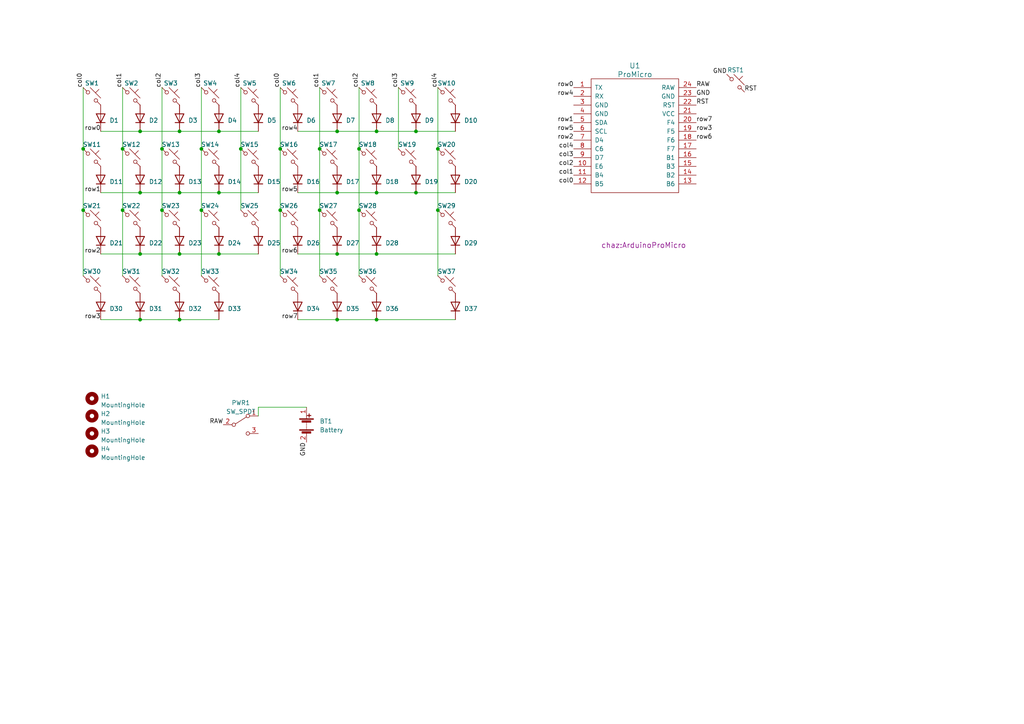
<source format=kicad_sch>
(kicad_sch (version 20230121) (generator eeschema)

  (uuid 42c73bb5-2111-43a9-aabb-3d391c8f2d68)

  (paper "A4")

  (lib_symbols
    (symbol "Device:Battery" (pin_names (offset 0) hide) (in_bom yes) (on_board yes)
      (property "Reference" "BT" (at 2.54 2.54 0)
        (effects (font (size 1.27 1.27)) (justify left))
      )
      (property "Value" "Battery" (at 2.54 0 0)
        (effects (font (size 1.27 1.27)) (justify left))
      )
      (property "Footprint" "" (at 0 1.524 90)
        (effects (font (size 1.27 1.27)) hide)
      )
      (property "Datasheet" "~" (at 0 1.524 90)
        (effects (font (size 1.27 1.27)) hide)
      )
      (property "ki_keywords" "batt voltage-source cell" (at 0 0 0)
        (effects (font (size 1.27 1.27)) hide)
      )
      (property "ki_description" "Multiple-cell battery" (at 0 0 0)
        (effects (font (size 1.27 1.27)) hide)
      )
      (symbol "Battery_0_1"
        (rectangle (start -2.032 -1.397) (end 2.032 -1.651)
          (stroke (width 0) (type default))
          (fill (type outline))
        )
        (rectangle (start -2.032 1.778) (end 2.032 1.524)
          (stroke (width 0) (type default))
          (fill (type outline))
        )
        (rectangle (start -1.3208 -1.9812) (end 1.27 -2.4892)
          (stroke (width 0) (type default))
          (fill (type outline))
        )
        (rectangle (start -1.3208 1.1938) (end 1.27 0.6858)
          (stroke (width 0) (type default))
          (fill (type outline))
        )
        (polyline
          (pts
            (xy 0 -1.524)
            (xy 0 -1.27)
          )
          (stroke (width 0) (type default))
          (fill (type none))
        )
        (polyline
          (pts
            (xy 0 -1.016)
            (xy 0 -0.762)
          )
          (stroke (width 0) (type default))
          (fill (type none))
        )
        (polyline
          (pts
            (xy 0 -0.508)
            (xy 0 -0.254)
          )
          (stroke (width 0) (type default))
          (fill (type none))
        )
        (polyline
          (pts
            (xy 0 0)
            (xy 0 0.254)
          )
          (stroke (width 0) (type default))
          (fill (type none))
        )
        (polyline
          (pts
            (xy 0 0.508)
            (xy 0 0.762)
          )
          (stroke (width 0) (type default))
          (fill (type none))
        )
        (polyline
          (pts
            (xy 0 1.778)
            (xy 0 2.54)
          )
          (stroke (width 0) (type default))
          (fill (type none))
        )
        (polyline
          (pts
            (xy 0.254 2.667)
            (xy 1.27 2.667)
          )
          (stroke (width 0.254) (type default))
          (fill (type none))
        )
        (polyline
          (pts
            (xy 0.762 3.175)
            (xy 0.762 2.159)
          )
          (stroke (width 0.254) (type default))
          (fill (type none))
        )
      )
      (symbol "Battery_1_1"
        (pin passive line (at 0 5.08 270) (length 2.54)
          (name "+" (effects (font (size 1.27 1.27))))
          (number "1" (effects (font (size 1.27 1.27))))
        )
        (pin passive line (at 0 -5.08 90) (length 2.54)
          (name "-" (effects (font (size 1.27 1.27))))
          (number "2" (effects (font (size 1.27 1.27))))
        )
      )
    )
    (symbol "Diode:1N4148W" (pin_numbers hide) (pin_names hide) (in_bom yes) (on_board yes)
      (property "Reference" "D" (at 0 2.54 0)
        (effects (font (size 1.27 1.27)))
      )
      (property "Value" "1N4148W" (at 0 -2.54 0)
        (effects (font (size 1.27 1.27)))
      )
      (property "Footprint" "Diode_SMD:D_SOD-123" (at 0 -4.445 0)
        (effects (font (size 1.27 1.27)) hide)
      )
      (property "Datasheet" "https://www.vishay.com/docs/85748/1n4148w.pdf" (at 0 0 0)
        (effects (font (size 1.27 1.27)) hide)
      )
      (property "Sim.Device" "D" (at 0 0 0)
        (effects (font (size 1.27 1.27)) hide)
      )
      (property "Sim.Pins" "1=K 2=A" (at 0 0 0)
        (effects (font (size 1.27 1.27)) hide)
      )
      (property "ki_keywords" "diode" (at 0 0 0)
        (effects (font (size 1.27 1.27)) hide)
      )
      (property "ki_description" "75V 0.15A Fast Switching Diode, SOD-123" (at 0 0 0)
        (effects (font (size 1.27 1.27)) hide)
      )
      (property "ki_fp_filters" "D*SOD?123*" (at 0 0 0)
        (effects (font (size 1.27 1.27)) hide)
      )
      (symbol "1N4148W_0_1"
        (polyline
          (pts
            (xy -1.27 1.27)
            (xy -1.27 -1.27)
          )
          (stroke (width 0.254) (type default))
          (fill (type none))
        )
        (polyline
          (pts
            (xy 1.27 0)
            (xy -1.27 0)
          )
          (stroke (width 0) (type default))
          (fill (type none))
        )
        (polyline
          (pts
            (xy 1.27 1.27)
            (xy 1.27 -1.27)
            (xy -1.27 0)
            (xy 1.27 1.27)
          )
          (stroke (width 0.254) (type default))
          (fill (type none))
        )
      )
      (symbol "1N4148W_1_1"
        (pin passive line (at -3.81 0 0) (length 2.54)
          (name "K" (effects (font (size 1.27 1.27))))
          (number "1" (effects (font (size 1.27 1.27))))
        )
        (pin passive line (at 3.81 0 180) (length 2.54)
          (name "A" (effects (font (size 1.27 1.27))))
          (number "2" (effects (font (size 1.27 1.27))))
        )
      )
    )
    (symbol "Mechanical:MountingHole" (pin_names (offset 1.016)) (in_bom yes) (on_board yes)
      (property "Reference" "H" (at 0 5.08 0)
        (effects (font (size 1.27 1.27)))
      )
      (property "Value" "MountingHole" (at 0 3.175 0)
        (effects (font (size 1.27 1.27)))
      )
      (property "Footprint" "" (at 0 0 0)
        (effects (font (size 1.27 1.27)) hide)
      )
      (property "Datasheet" "~" (at 0 0 0)
        (effects (font (size 1.27 1.27)) hide)
      )
      (property "ki_keywords" "mounting hole" (at 0 0 0)
        (effects (font (size 1.27 1.27)) hide)
      )
      (property "ki_description" "Mounting Hole without connection" (at 0 0 0)
        (effects (font (size 1.27 1.27)) hide)
      )
      (property "ki_fp_filters" "MountingHole*" (at 0 0 0)
        (effects (font (size 1.27 1.27)) hide)
      )
      (symbol "MountingHole_0_1"
        (circle (center 0 0) (radius 1.27)
          (stroke (width 1.27) (type default))
          (fill (type none))
        )
      )
    )
    (symbol "Switch:SW_Push_45deg" (pin_numbers hide) (pin_names (offset 1.016) hide) (in_bom yes) (on_board yes)
      (property "Reference" "SW" (at 3.048 1.016 0)
        (effects (font (size 1.27 1.27)) (justify left))
      )
      (property "Value" "SW_Push_45deg" (at 0 -3.81 0)
        (effects (font (size 1.27 1.27)))
      )
      (property "Footprint" "" (at 0 0 0)
        (effects (font (size 1.27 1.27)) hide)
      )
      (property "Datasheet" "~" (at 0 0 0)
        (effects (font (size 1.27 1.27)) hide)
      )
      (property "ki_keywords" "switch normally-open pushbutton push-button" (at 0 0 0)
        (effects (font (size 1.27 1.27)) hide)
      )
      (property "ki_description" "Push button switch, normally open, two pins, 45° tilted" (at 0 0 0)
        (effects (font (size 1.27 1.27)) hide)
      )
      (symbol "SW_Push_45deg_0_1"
        (circle (center -1.1684 1.1684) (radius 0.508)
          (stroke (width 0) (type default))
          (fill (type none))
        )
        (polyline
          (pts
            (xy -0.508 2.54)
            (xy 2.54 -0.508)
          )
          (stroke (width 0) (type default))
          (fill (type none))
        )
        (polyline
          (pts
            (xy 1.016 1.016)
            (xy 2.032 2.032)
          )
          (stroke (width 0) (type default))
          (fill (type none))
        )
        (polyline
          (pts
            (xy -2.54 2.54)
            (xy -1.524 1.524)
            (xy -1.524 1.524)
          )
          (stroke (width 0) (type default))
          (fill (type none))
        )
        (polyline
          (pts
            (xy 1.524 -1.524)
            (xy 2.54 -2.54)
            (xy 2.54 -2.54)
            (xy 2.54 -2.54)
          )
          (stroke (width 0) (type default))
          (fill (type none))
        )
        (circle (center 1.143 -1.1938) (radius 0.508)
          (stroke (width 0) (type default))
          (fill (type none))
        )
        (pin passive line (at -2.54 2.54 0) (length 0)
          (name "1" (effects (font (size 1.27 1.27))))
          (number "1" (effects (font (size 1.27 1.27))))
        )
        (pin passive line (at 2.54 -2.54 180) (length 0)
          (name "2" (effects (font (size 1.27 1.27))))
          (number "2" (effects (font (size 1.27 1.27))))
        )
      )
    )
    (symbol "Switch:SW_SPDT" (pin_names (offset 0) hide) (in_bom yes) (on_board yes)
      (property "Reference" "SW" (at 0 4.318 0)
        (effects (font (size 1.27 1.27)))
      )
      (property "Value" "SW_SPDT" (at 0 -5.08 0)
        (effects (font (size 1.27 1.27)))
      )
      (property "Footprint" "" (at 0 0 0)
        (effects (font (size 1.27 1.27)) hide)
      )
      (property "Datasheet" "~" (at 0 0 0)
        (effects (font (size 1.27 1.27)) hide)
      )
      (property "ki_keywords" "switch single-pole double-throw spdt ON-ON" (at 0 0 0)
        (effects (font (size 1.27 1.27)) hide)
      )
      (property "ki_description" "Switch, single pole double throw" (at 0 0 0)
        (effects (font (size 1.27 1.27)) hide)
      )
      (symbol "SW_SPDT_0_0"
        (circle (center -2.032 0) (radius 0.508)
          (stroke (width 0) (type default))
          (fill (type none))
        )
        (circle (center 2.032 -2.54) (radius 0.508)
          (stroke (width 0) (type default))
          (fill (type none))
        )
      )
      (symbol "SW_SPDT_0_1"
        (polyline
          (pts
            (xy -1.524 0.254)
            (xy 1.651 2.286)
          )
          (stroke (width 0) (type default))
          (fill (type none))
        )
        (circle (center 2.032 2.54) (radius 0.508)
          (stroke (width 0) (type default))
          (fill (type none))
        )
      )
      (symbol "SW_SPDT_1_1"
        (pin passive line (at 5.08 2.54 180) (length 2.54)
          (name "A" (effects (font (size 1.27 1.27))))
          (number "1" (effects (font (size 1.27 1.27))))
        )
        (pin passive line (at -5.08 0 0) (length 2.54)
          (name "B" (effects (font (size 1.27 1.27))))
          (number "2" (effects (font (size 1.27 1.27))))
        )
        (pin passive line (at 5.08 -2.54 180) (length 2.54)
          (name "C" (effects (font (size 1.27 1.27))))
          (number "3" (effects (font (size 1.27 1.27))))
        )
      )
    )
    (symbol "promicro:ProMicro" (pin_names (offset 1.016)) (in_bom yes) (on_board yes)
      (property "Reference" "U" (at 0 24.13 0)
        (effects (font (size 1.524 1.524)))
      )
      (property "Value" "ProMicro" (at 0 -13.97 0)
        (effects (font (size 1.524 1.524)))
      )
      (property "Footprint" "" (at 2.54 -26.67 0)
        (effects (font (size 1.524 1.524)))
      )
      (property "Datasheet" "" (at 2.54 -26.67 0)
        (effects (font (size 1.524 1.524)))
      )
      (symbol "ProMicro_0_1"
        (rectangle (start -12.7 21.59) (end 12.7 -11.43)
          (stroke (width 0) (type solid))
          (fill (type none))
        )
      )
      (symbol "ProMicro_1_1"
        (pin bidirectional line (at -17.78 19.05 0) (length 5.08)
          (name "TX" (effects (font (size 1.27 1.27))))
          (number "1" (effects (font (size 1.27 1.27))))
        )
        (pin bidirectional line (at -17.78 -3.81 0) (length 5.08)
          (name "E6" (effects (font (size 1.27 1.27))))
          (number "10" (effects (font (size 1.27 1.27))))
        )
        (pin bidirectional line (at -17.78 -6.35 0) (length 5.08)
          (name "B4" (effects (font (size 1.27 1.27))))
          (number "11" (effects (font (size 1.27 1.27))))
        )
        (pin bidirectional line (at -17.78 -8.89 0) (length 5.08)
          (name "B5" (effects (font (size 1.27 1.27))))
          (number "12" (effects (font (size 1.27 1.27))))
        )
        (pin bidirectional line (at 17.78 -8.89 180) (length 5.08)
          (name "B6" (effects (font (size 1.27 1.27))))
          (number "13" (effects (font (size 1.27 1.27))))
        )
        (pin bidirectional line (at 17.78 -6.35 180) (length 5.08)
          (name "B2" (effects (font (size 1.27 1.27))))
          (number "14" (effects (font (size 1.27 1.27))))
        )
        (pin bidirectional line (at 17.78 -3.81 180) (length 5.08)
          (name "B3" (effects (font (size 1.27 1.27))))
          (number "15" (effects (font (size 1.27 1.27))))
        )
        (pin bidirectional line (at 17.78 -1.27 180) (length 5.08)
          (name "B1" (effects (font (size 1.27 1.27))))
          (number "16" (effects (font (size 1.27 1.27))))
        )
        (pin bidirectional line (at 17.78 1.27 180) (length 5.08)
          (name "F7" (effects (font (size 1.27 1.27))))
          (number "17" (effects (font (size 1.27 1.27))))
        )
        (pin bidirectional line (at 17.78 3.81 180) (length 5.08)
          (name "F6" (effects (font (size 1.27 1.27))))
          (number "18" (effects (font (size 1.27 1.27))))
        )
        (pin bidirectional line (at 17.78 6.35 180) (length 5.08)
          (name "F5" (effects (font (size 1.27 1.27))))
          (number "19" (effects (font (size 1.27 1.27))))
        )
        (pin bidirectional line (at -17.78 16.51 0) (length 5.08)
          (name "RX" (effects (font (size 1.27 1.27))))
          (number "2" (effects (font (size 1.27 1.27))))
        )
        (pin bidirectional line (at 17.78 8.89 180) (length 5.08)
          (name "F4" (effects (font (size 1.27 1.27))))
          (number "20" (effects (font (size 1.27 1.27))))
        )
        (pin power_in line (at 17.78 11.43 180) (length 5.08)
          (name "VCC" (effects (font (size 1.27 1.27))))
          (number "21" (effects (font (size 1.27 1.27))))
        )
        (pin input line (at 17.78 13.97 180) (length 5.08)
          (name "RST" (effects (font (size 1.27 1.27))))
          (number "22" (effects (font (size 1.27 1.27))))
        )
        (pin power_in line (at 17.78 16.51 180) (length 5.08)
          (name "GND" (effects (font (size 1.27 1.27))))
          (number "23" (effects (font (size 1.27 1.27))))
        )
        (pin power_out line (at 17.78 19.05 180) (length 5.08)
          (name "RAW" (effects (font (size 1.27 1.27))))
          (number "24" (effects (font (size 1.27 1.27))))
        )
        (pin power_in line (at -17.78 13.97 0) (length 5.08)
          (name "GND" (effects (font (size 1.27 1.27))))
          (number "3" (effects (font (size 1.27 1.27))))
        )
        (pin power_in line (at -17.78 11.43 0) (length 5.08)
          (name "GND" (effects (font (size 1.27 1.27))))
          (number "4" (effects (font (size 1.27 1.27))))
        )
        (pin bidirectional line (at -17.78 8.89 0) (length 5.08)
          (name "SDA" (effects (font (size 1.27 1.27))))
          (number "5" (effects (font (size 1.27 1.27))))
        )
        (pin bidirectional line (at -17.78 6.35 0) (length 5.08)
          (name "SCL" (effects (font (size 1.27 1.27))))
          (number "6" (effects (font (size 1.27 1.27))))
        )
        (pin bidirectional line (at -17.78 3.81 0) (length 5.08)
          (name "D4" (effects (font (size 1.27 1.27))))
          (number "7" (effects (font (size 1.27 1.27))))
        )
        (pin bidirectional line (at -17.78 1.27 0) (length 5.08)
          (name "C6" (effects (font (size 1.27 1.27))))
          (number "8" (effects (font (size 1.27 1.27))))
        )
        (pin bidirectional line (at -17.78 -1.27 0) (length 5.08)
          (name "D7" (effects (font (size 1.27 1.27))))
          (number "9" (effects (font (size 1.27 1.27))))
        )
      )
    )
  )

  (junction (at 40.64 55.88) (diameter 0) (color 0 0 0 0)
    (uuid 0083b0b8-452a-4a94-936a-a2fb5a62e9a7)
  )
  (junction (at 97.79 38.1) (diameter 0) (color 0 0 0 0)
    (uuid 023b16c4-6200-403b-af77-1c1aeb64a0fa)
  )
  (junction (at 46.99 60.96) (diameter 0) (color 0 0 0 0)
    (uuid 033d49fe-7354-450a-98b1-70011b000e8b)
  )
  (junction (at 58.42 60.96) (diameter 0) (color 0 0 0 0)
    (uuid 06b63ca8-f8a5-4e0b-b66d-f28eb8718452)
  )
  (junction (at 97.79 73.66) (diameter 0) (color 0 0 0 0)
    (uuid 0ba60dc1-75fd-41f7-a876-16662e2c47d9)
  )
  (junction (at 52.07 73.66) (diameter 0) (color 0 0 0 0)
    (uuid 0bfe8108-a9e9-4706-86c2-746270eb5024)
  )
  (junction (at 52.07 38.1) (diameter 0) (color 0 0 0 0)
    (uuid 171269b5-e8a5-49c7-bfb2-993c4b7b9ec3)
  )
  (junction (at 58.42 43.18) (diameter 0) (color 0 0 0 0)
    (uuid 1d0ad973-3a5b-4660-bfcb-00e32bb110e4)
  )
  (junction (at 35.56 60.96) (diameter 0) (color 0 0 0 0)
    (uuid 242d0a40-690e-4d8f-a1ad-b7b7bc7be729)
  )
  (junction (at 35.56 43.18) (diameter 0) (color 0 0 0 0)
    (uuid 24ded861-6d94-4d9a-896c-1226ba095a7f)
  )
  (junction (at 120.65 55.88) (diameter 0) (color 0 0 0 0)
    (uuid 27d7c3e7-b877-4516-baa7-fe6bc4771e35)
  )
  (junction (at 109.22 38.1) (diameter 0) (color 0 0 0 0)
    (uuid 30d5b24e-5e86-4d4b-b841-b0dc606197a9)
  )
  (junction (at 92.71 43.18) (diameter 0) (color 0 0 0 0)
    (uuid 39cb05c2-161d-4fb8-9f78-20f0f3a15337)
  )
  (junction (at 63.5 55.88) (diameter 0) (color 0 0 0 0)
    (uuid 416e298a-5d4b-4dc3-9b8c-2bffd3a37df5)
  )
  (junction (at 109.22 92.71) (diameter 0) (color 0 0 0 0)
    (uuid 46504fab-e192-4dee-a424-c60818b0ac82)
  )
  (junction (at 109.22 55.88) (diameter 0) (color 0 0 0 0)
    (uuid 51251785-185e-4ad7-ab91-9e83fc01e0d2)
  )
  (junction (at 81.28 60.96) (diameter 0) (color 0 0 0 0)
    (uuid 51826f60-32ac-44cc-afab-64f492678473)
  )
  (junction (at 104.14 60.96) (diameter 0) (color 0 0 0 0)
    (uuid 55d45efc-4921-492a-9f7e-d8031baa05e9)
  )
  (junction (at 52.07 55.88) (diameter 0) (color 0 0 0 0)
    (uuid 5bcc0969-bb3f-48f6-adc5-962c838db8b8)
  )
  (junction (at 97.79 55.88) (diameter 0) (color 0 0 0 0)
    (uuid 71698ab2-be26-4928-9cca-e86d958772b1)
  )
  (junction (at 109.22 73.66) (diameter 0) (color 0 0 0 0)
    (uuid 72b7d769-ab89-47c6-82b0-d74a4df45e02)
  )
  (junction (at 40.64 73.66) (diameter 0) (color 0 0 0 0)
    (uuid 7307be8d-7b5a-4c8f-81b5-4cf05c46ec65)
  )
  (junction (at 46.99 43.18) (diameter 0) (color 0 0 0 0)
    (uuid 747438d0-fdee-4b63-9f7b-26bea7db5cba)
  )
  (junction (at 24.13 60.96) (diameter 0) (color 0 0 0 0)
    (uuid 752fb02b-3a52-49e5-89c9-162326665c16)
  )
  (junction (at 40.64 92.71) (diameter 0) (color 0 0 0 0)
    (uuid 7dbd0ddb-4223-4e2f-8d1e-3a3da98a69e0)
  )
  (junction (at 127 60.96) (diameter 0) (color 0 0 0 0)
    (uuid 8a0c38a3-7cd4-46d6-a9d8-f95c7c69f4ec)
  )
  (junction (at 120.65 38.1) (diameter 0) (color 0 0 0 0)
    (uuid 8b3bc6e2-bf14-4f5d-83ef-daa767ec1f81)
  )
  (junction (at 63.5 38.1) (diameter 0) (color 0 0 0 0)
    (uuid a0662698-d26e-4198-bf45-573ece472e3c)
  )
  (junction (at 69.85 43.18) (diameter 0) (color 0 0 0 0)
    (uuid bebab776-9da2-48b7-84cf-ef31f8dbef66)
  )
  (junction (at 40.64 38.1) (diameter 0) (color 0 0 0 0)
    (uuid c91a5ead-ce2b-46ad-bdab-669de09fc688)
  )
  (junction (at 81.28 43.18) (diameter 0) (color 0 0 0 0)
    (uuid ce7da8de-d99c-44d6-a493-60b3339ac2e3)
  )
  (junction (at 104.14 43.18) (diameter 0) (color 0 0 0 0)
    (uuid d50f9714-416b-46e0-95fa-0cc6b4ff15ea)
  )
  (junction (at 127 43.18) (diameter 0) (color 0 0 0 0)
    (uuid d7503530-cf15-47f5-82dd-6780a830e622)
  )
  (junction (at 24.13 43.18) (diameter 0) (color 0 0 0 0)
    (uuid d9ecfb6b-fda2-4722-bf1f-89f4f2005a2e)
  )
  (junction (at 92.71 60.96) (diameter 0) (color 0 0 0 0)
    (uuid dab1d3b2-9374-4548-9b4e-3b537986766a)
  )
  (junction (at 63.5 73.66) (diameter 0) (color 0 0 0 0)
    (uuid e2bf3a34-66d9-4011-912a-137e6e40f6ef)
  )
  (junction (at 52.07 92.71) (diameter 0) (color 0 0 0 0)
    (uuid ee5337b1-810f-4de2-84fd-05c1da8a2d8c)
  )
  (junction (at 97.79 92.71) (diameter 0) (color 0 0 0 0)
    (uuid fe72767e-ebde-4bfc-9316-eb60c5f9e265)
  )

  (wire (pts (xy 40.64 73.66) (xy 52.07 73.66))
    (stroke (width 0) (type default))
    (uuid 046bf82c-cf1f-40da-9465-92c48a627d63)
  )
  (wire (pts (xy 104.14 25.4) (xy 104.14 43.18))
    (stroke (width 0) (type default))
    (uuid 0d8e1e40-9830-4a88-af77-2dfcbaf25aaf)
  )
  (wire (pts (xy 63.5 73.66) (xy 74.93 73.66))
    (stroke (width 0) (type default))
    (uuid 11b0b6eb-ca22-429b-9741-5bf00d982f53)
  )
  (wire (pts (xy 40.64 92.71) (xy 52.07 92.71))
    (stroke (width 0) (type default))
    (uuid 139686be-5e5e-4c98-86f9-eda555bcd774)
  )
  (wire (pts (xy 104.14 60.96) (xy 104.14 80.01))
    (stroke (width 0) (type default))
    (uuid 14aa583a-4cd6-4af7-b9a8-c17e9d66fef6)
  )
  (wire (pts (xy 52.07 73.66) (xy 63.5 73.66))
    (stroke (width 0) (type default))
    (uuid 1aed7099-1c34-4d1b-ae85-237500b8c520)
  )
  (wire (pts (xy 29.21 38.1) (xy 40.64 38.1))
    (stroke (width 0) (type default))
    (uuid 1b79f835-b4f3-48c8-a3d5-384d5d7f33fb)
  )
  (wire (pts (xy 88.9 118.11) (xy 74.93 118.11))
    (stroke (width 0) (type default))
    (uuid 1ce02284-d0f9-4b68-be7d-9417c5e55982)
  )
  (wire (pts (xy 58.42 43.18) (xy 58.42 60.96))
    (stroke (width 0) (type default))
    (uuid 27736f1e-8c14-4ebd-a733-3ecfe1ebd3bd)
  )
  (wire (pts (xy 24.13 60.96) (xy 24.13 80.01))
    (stroke (width 0) (type default))
    (uuid 289d5b1d-cad2-4738-b2c6-cc9d198e2fee)
  )
  (wire (pts (xy 104.14 43.18) (xy 104.14 60.96))
    (stroke (width 0) (type default))
    (uuid 2b85137a-db9b-426a-a46b-2e1705df91c1)
  )
  (wire (pts (xy 24.13 25.4) (xy 24.13 43.18))
    (stroke (width 0) (type default))
    (uuid 3e57973b-3faf-4c75-b472-d80c5e82eeb8)
  )
  (wire (pts (xy 81.28 25.4) (xy 81.28 43.18))
    (stroke (width 0) (type default))
    (uuid 4058b68f-fdfd-4fbb-87cb-9f7f6181f8c8)
  )
  (wire (pts (xy 97.79 92.71) (xy 109.22 92.71))
    (stroke (width 0) (type default))
    (uuid 42b706da-cd27-4602-8a4a-6ca25efca26c)
  )
  (wire (pts (xy 86.36 73.66) (xy 97.79 73.66))
    (stroke (width 0) (type default))
    (uuid 430e35a5-2121-4f5e-9690-7506bf469cb2)
  )
  (wire (pts (xy 127 25.4) (xy 127 43.18))
    (stroke (width 0) (type default))
    (uuid 436c95d1-f7d8-44a9-8015-eb745e093713)
  )
  (wire (pts (xy 127 43.18) (xy 127 60.96))
    (stroke (width 0) (type default))
    (uuid 46a73821-b245-4cae-8954-03e53d339688)
  )
  (wire (pts (xy 109.22 92.71) (xy 132.08 92.71))
    (stroke (width 0) (type default))
    (uuid 490c2c80-57ab-4a76-bd62-9b61ba08a303)
  )
  (wire (pts (xy 63.5 55.88) (xy 74.93 55.88))
    (stroke (width 0) (type default))
    (uuid 4c4756ab-9462-4ed2-bd54-15b5d26e4400)
  )
  (wire (pts (xy 29.21 55.88) (xy 40.64 55.88))
    (stroke (width 0) (type default))
    (uuid 51ef5b98-120c-4d34-9c13-f5483b9855ad)
  )
  (wire (pts (xy 81.28 60.96) (xy 81.28 80.01))
    (stroke (width 0) (type default))
    (uuid 5664cc96-3ad1-463b-932c-c84be9a4766f)
  )
  (wire (pts (xy 24.13 43.18) (xy 24.13 60.96))
    (stroke (width 0) (type default))
    (uuid 578901d5-aff2-4ea7-bdeb-557973cc6607)
  )
  (wire (pts (xy 69.85 43.18) (xy 69.85 60.96))
    (stroke (width 0) (type default))
    (uuid 5c043c8a-418a-44a6-a031-3fde180ed3fe)
  )
  (wire (pts (xy 97.79 38.1) (xy 109.22 38.1))
    (stroke (width 0) (type default))
    (uuid 67676244-c150-4fc4-9e44-4a8f36e293c8)
  )
  (wire (pts (xy 69.85 25.4) (xy 69.85 43.18))
    (stroke (width 0) (type default))
    (uuid 6dd4e521-5b03-4403-8aae-da30d0461bbb)
  )
  (wire (pts (xy 120.65 38.1) (xy 132.08 38.1))
    (stroke (width 0) (type default))
    (uuid 6e502d76-b962-45f9-b6c3-c3955d250e05)
  )
  (wire (pts (xy 52.07 55.88) (xy 63.5 55.88))
    (stroke (width 0) (type default))
    (uuid 70d511a1-7c64-4467-bcce-508538204ec9)
  )
  (wire (pts (xy 46.99 60.96) (xy 46.99 80.01))
    (stroke (width 0) (type default))
    (uuid 7a241509-4df3-42a6-865c-887a632eb67d)
  )
  (wire (pts (xy 29.21 92.71) (xy 40.64 92.71))
    (stroke (width 0) (type default))
    (uuid 7c2bebc6-7824-4490-a54d-6cf9b64ea077)
  )
  (wire (pts (xy 92.71 43.18) (xy 92.71 60.96))
    (stroke (width 0) (type default))
    (uuid 7e73dd6b-e236-4bd8-8204-68d53d814e5c)
  )
  (wire (pts (xy 127 60.96) (xy 127 80.01))
    (stroke (width 0) (type default))
    (uuid 85f827ea-dad8-4eec-bebb-5b4e1fac57c3)
  )
  (wire (pts (xy 58.42 60.96) (xy 58.42 80.01))
    (stroke (width 0) (type default))
    (uuid 89e87490-2f20-4d49-9543-d83f03213918)
  )
  (wire (pts (xy 109.22 73.66) (xy 132.08 73.66))
    (stroke (width 0) (type default))
    (uuid 905a498a-520f-41db-b440-7217a0a471fb)
  )
  (wire (pts (xy 74.93 118.11) (xy 74.93 120.65))
    (stroke (width 0) (type default))
    (uuid 94681c01-9b89-4c8f-b2e0-b169446f673a)
  )
  (wire (pts (xy 40.64 55.88) (xy 52.07 55.88))
    (stroke (width 0) (type default))
    (uuid 9677aa78-16b2-4d8c-908e-8847938de937)
  )
  (wire (pts (xy 97.79 73.66) (xy 109.22 73.66))
    (stroke (width 0) (type default))
    (uuid 970f6bfb-8e76-48d0-9967-71ed58bc033f)
  )
  (wire (pts (xy 92.71 25.4) (xy 92.71 43.18))
    (stroke (width 0) (type default))
    (uuid 99672fe8-0a9e-4057-afde-0b36c5b3a033)
  )
  (wire (pts (xy 115.57 25.4) (xy 115.57 43.18))
    (stroke (width 0) (type default))
    (uuid 99fbfe9f-de40-4b1e-a597-191f3817c42c)
  )
  (wire (pts (xy 63.5 38.1) (xy 74.93 38.1))
    (stroke (width 0) (type default))
    (uuid a176cf4b-ffec-4895-9aab-c5e88d97efe0)
  )
  (wire (pts (xy 29.21 73.66) (xy 40.64 73.66))
    (stroke (width 0) (type default))
    (uuid bbb30731-7bc0-4d2c-8692-62d8f04fcfa6)
  )
  (wire (pts (xy 46.99 25.4) (xy 46.99 43.18))
    (stroke (width 0) (type default))
    (uuid c25041eb-0578-436d-8cd8-be9b81cb310a)
  )
  (wire (pts (xy 97.79 55.88) (xy 109.22 55.88))
    (stroke (width 0) (type default))
    (uuid c288dbe7-c7fb-4721-80f3-0267f19eaa69)
  )
  (wire (pts (xy 86.36 55.88) (xy 97.79 55.88))
    (stroke (width 0) (type default))
    (uuid c55b0452-4539-4329-9c8f-a4479faef03a)
  )
  (wire (pts (xy 58.42 25.4) (xy 58.42 43.18))
    (stroke (width 0) (type default))
    (uuid c91fec20-45cd-4380-b0f4-85fbc102f9ea)
  )
  (wire (pts (xy 109.22 55.88) (xy 120.65 55.88))
    (stroke (width 0) (type default))
    (uuid ca2b0b14-f747-4871-a935-8538363ef082)
  )
  (wire (pts (xy 120.65 55.88) (xy 132.08 55.88))
    (stroke (width 0) (type default))
    (uuid cd46b2ce-1be0-4d8a-91f1-91ffdc5f63ff)
  )
  (wire (pts (xy 35.56 43.18) (xy 35.56 60.96))
    (stroke (width 0) (type default))
    (uuid cd5d6228-6f00-45d8-8547-6af56bb02b0b)
  )
  (wire (pts (xy 35.56 60.96) (xy 35.56 80.01))
    (stroke (width 0) (type default))
    (uuid d0b23a37-6b29-4d26-9314-35902781cf24)
  )
  (wire (pts (xy 52.07 92.71) (xy 63.5 92.71))
    (stroke (width 0) (type default))
    (uuid d35e7918-16ed-4c68-bd53-81eb15e53b29)
  )
  (wire (pts (xy 86.36 92.71) (xy 97.79 92.71))
    (stroke (width 0) (type default))
    (uuid d4ac578c-f2fd-4dcc-912e-55d50c92a40a)
  )
  (wire (pts (xy 40.64 38.1) (xy 52.07 38.1))
    (stroke (width 0) (type default))
    (uuid d5685f80-ec03-48fb-86dc-5bf93f3219e7)
  )
  (wire (pts (xy 35.56 25.4) (xy 35.56 43.18))
    (stroke (width 0) (type default))
    (uuid eb935e4b-e073-4942-9f3e-3965cc3834f1)
  )
  (wire (pts (xy 46.99 43.18) (xy 46.99 60.96))
    (stroke (width 0) (type default))
    (uuid ed59c695-8220-46d5-a4c7-c22d83547aed)
  )
  (wire (pts (xy 86.36 38.1) (xy 97.79 38.1))
    (stroke (width 0) (type default))
    (uuid f1cac585-40c3-46d2-aae6-8e68365c3242)
  )
  (wire (pts (xy 92.71 60.96) (xy 92.71 80.01))
    (stroke (width 0) (type default))
    (uuid f62c3e99-f093-4b10-ba4e-80f2225dfdd9)
  )
  (wire (pts (xy 52.07 38.1) (xy 63.5 38.1))
    (stroke (width 0) (type default))
    (uuid f80d647a-1b87-4887-aaa1-cf3ed30f64d6)
  )
  (wire (pts (xy 81.28 43.18) (xy 81.28 60.96))
    (stroke (width 0) (type default))
    (uuid f9e745b9-e6ff-4a8c-8223-bc19f6da1709)
  )
  (wire (pts (xy 109.22 38.1) (xy 120.65 38.1))
    (stroke (width 0) (type default))
    (uuid fa2c5de1-ae05-47af-9456-a3758a7fa435)
  )

  (label "col1" (at 92.71 25.4 90) (fields_autoplaced)
    (effects (font (size 1.27 1.27)) (justify left bottom))
    (uuid 10c25442-0bb3-417b-8292-6d1c65c713c0)
  )
  (label "row3" (at 29.21 92.71 180) (fields_autoplaced)
    (effects (font (size 1.27 1.27)) (justify right bottom))
    (uuid 187cd259-902c-4a58-9586-a0a891ff8f7b)
  )
  (label "row7" (at 201.93 35.56 0) (fields_autoplaced)
    (effects (font (size 1.27 1.27)) (justify left bottom))
    (uuid 1b8bd6d7-d1f6-40af-94cd-ff25b16cb99d)
  )
  (label "col3" (at 58.42 25.4 90) (fields_autoplaced)
    (effects (font (size 1.27 1.27)) (justify left bottom))
    (uuid 1c03bbce-0565-4de1-bcc3-bdc37e1c2239)
  )
  (label "col0" (at 81.28 25.4 90) (fields_autoplaced)
    (effects (font (size 1.27 1.27)) (justify left bottom))
    (uuid 1d513aed-1a35-4882-9b79-d67931093e77)
  )
  (label "col0" (at 24.13 25.4 90) (fields_autoplaced)
    (effects (font (size 1.27 1.27)) (justify left bottom))
    (uuid 1fc2adf4-868d-4333-b644-4584393234f8)
  )
  (label "RST" (at 215.9 26.67 0) (fields_autoplaced)
    (effects (font (size 1.27 1.27)) (justify left bottom))
    (uuid 2bd2c842-51bd-4be0-b6ef-db2daf6ab9ef)
  )
  (label "row1" (at 29.21 55.88 180) (fields_autoplaced)
    (effects (font (size 1.27 1.27)) (justify right bottom))
    (uuid 2e6857ef-7de2-458b-b974-4b7c547c8ee6)
  )
  (label "col4" (at 166.37 43.18 180) (fields_autoplaced)
    (effects (font (size 1.27 1.27)) (justify right bottom))
    (uuid 31dc7c09-4594-4005-ba9e-2bb794823d0d)
  )
  (label "RAW" (at 201.93 25.4 0) (fields_autoplaced)
    (effects (font (size 1.27 1.27)) (justify left bottom))
    (uuid 3af39c93-ab79-4c4f-935b-1796e5bdd968)
  )
  (label "row5" (at 166.37 38.1 180) (fields_autoplaced)
    (effects (font (size 1.27 1.27)) (justify right bottom))
    (uuid 458e5f6b-8c11-4ccf-9490-d1def727870b)
  )
  (label "row0" (at 166.37 25.4 180) (fields_autoplaced)
    (effects (font (size 1.27 1.27)) (justify right bottom))
    (uuid 4b7f2b57-9872-4c9b-91aa-3779c9e338d5)
  )
  (label "row7" (at 86.36 92.71 180) (fields_autoplaced)
    (effects (font (size 1.27 1.27)) (justify right bottom))
    (uuid 53533e02-ac9c-4afb-ae4f-8d026a659907)
  )
  (label "row4" (at 166.37 27.94 180) (fields_autoplaced)
    (effects (font (size 1.27 1.27)) (justify right bottom))
    (uuid 55e991a3-d6f6-4d89-ba50-054d22542cca)
  )
  (label "row5" (at 86.36 55.88 180) (fields_autoplaced)
    (effects (font (size 1.27 1.27)) (justify right bottom))
    (uuid 5687fcd2-c87e-48f8-bf33-cf218a6b342e)
  )
  (label "GND" (at 88.9 128.27 270) (fields_autoplaced)
    (effects (font (size 1.27 1.27)) (justify right bottom))
    (uuid 576eb438-2ba3-4286-88f3-f8272b211f04)
  )
  (label "row3" (at 201.93 38.1 0) (fields_autoplaced)
    (effects (font (size 1.27 1.27)) (justify left bottom))
    (uuid 5a068fd9-d73b-402f-b07e-6f3b2d83c33e)
  )
  (label "row1" (at 166.37 35.56 180) (fields_autoplaced)
    (effects (font (size 1.27 1.27)) (justify right bottom))
    (uuid 6107eece-65dc-4a20-95ab-495121e76207)
  )
  (label "col3" (at 166.37 45.72 180) (fields_autoplaced)
    (effects (font (size 1.27 1.27)) (justify right bottom))
    (uuid 62b7affd-91e1-4414-9d9b-7a53201a9ad0)
  )
  (label "row6" (at 201.93 40.64 0) (fields_autoplaced)
    (effects (font (size 1.27 1.27)) (justify left bottom))
    (uuid 650348ac-5aad-41ab-851c-a2e16f130767)
  )
  (label "RST" (at 201.93 30.48 0) (fields_autoplaced)
    (effects (font (size 1.27 1.27)) (justify left bottom))
    (uuid 9d9a91e6-5d72-4612-96f1-6b2a3a019665)
  )
  (label "row2" (at 29.21 73.66 180) (fields_autoplaced)
    (effects (font (size 1.27 1.27)) (justify right bottom))
    (uuid 9fc4bce5-60ca-45ad-805f-af6b7b8cf116)
  )
  (label "col4" (at 127 25.4 90) (fields_autoplaced)
    (effects (font (size 1.27 1.27)) (justify left bottom))
    (uuid a9622a59-fef7-4f82-a36e-1ce36a15e694)
  )
  (label "row0" (at 29.21 38.1 180) (fields_autoplaced)
    (effects (font (size 1.27 1.27)) (justify right bottom))
    (uuid abe8d9e2-e743-47c3-a41b-02ddd6e2ca47)
  )
  (label "RAW" (at 64.77 123.19 180) (fields_autoplaced)
    (effects (font (size 1.27 1.27)) (justify right bottom))
    (uuid ac9bb3c2-4c20-479d-985b-a62963712e1f)
  )
  (label "col1" (at 35.56 25.4 90) (fields_autoplaced)
    (effects (font (size 1.27 1.27)) (justify left bottom))
    (uuid ad359629-db58-46c1-8f7b-d8a1c58bcb0c)
  )
  (label "col1" (at 166.37 50.8 180) (fields_autoplaced)
    (effects (font (size 1.27 1.27)) (justify right bottom))
    (uuid adc01e34-6efc-4c80-b8ff-aada9699ecfa)
  )
  (label "row4" (at 86.36 38.1 180) (fields_autoplaced)
    (effects (font (size 1.27 1.27)) (justify right bottom))
    (uuid ae73e281-8a89-492d-bef4-88ab5548c35b)
  )
  (label "col3" (at 115.57 25.4 90) (fields_autoplaced)
    (effects (font (size 1.27 1.27)) (justify left bottom))
    (uuid bb61abed-fb26-40b5-b693-690ef095f85c)
  )
  (label "GND" (at 210.82 21.59 180) (fields_autoplaced)
    (effects (font (size 1.27 1.27)) (justify right bottom))
    (uuid c8b72f2f-92cd-4448-9931-e0c49dd2ab8e)
  )
  (label "row2" (at 166.37 40.64 180) (fields_autoplaced)
    (effects (font (size 1.27 1.27)) (justify right bottom))
    (uuid d13033af-036a-4f55-8eb1-bf247007d9f4)
  )
  (label "col2" (at 166.37 48.26 180) (fields_autoplaced)
    (effects (font (size 1.27 1.27)) (justify right bottom))
    (uuid d344f994-369d-47ab-aac6-8c355e7f5866)
  )
  (label "col2" (at 104.14 25.4 90) (fields_autoplaced)
    (effects (font (size 1.27 1.27)) (justify left bottom))
    (uuid d6bc71a9-6d8a-435f-987c-df99965eb8a9)
  )
  (label "col0" (at 166.37 53.34 180) (fields_autoplaced)
    (effects (font (size 1.27 1.27)) (justify right bottom))
    (uuid e91eeb27-46c7-480d-9522-19a2d6f87d86)
  )
  (label "col2" (at 46.99 25.4 90) (fields_autoplaced)
    (effects (font (size 1.27 1.27)) (justify left bottom))
    (uuid f19cb894-a706-4e02-9008-627326448100)
  )
  (label "GND" (at 201.93 27.94 0) (fields_autoplaced)
    (effects (font (size 1.27 1.27)) (justify left bottom))
    (uuid f23837b3-7767-47fc-9f11-fe0b9ef119fb)
  )
  (label "col4" (at 69.85 25.4 90) (fields_autoplaced)
    (effects (font (size 1.27 1.27)) (justify left bottom))
    (uuid f9cf52d2-7967-44b7-b0f6-47d44dc16eba)
  )
  (label "row6" (at 86.36 73.66 180) (fields_autoplaced)
    (effects (font (size 1.27 1.27)) (justify right bottom))
    (uuid fac8e27d-c75f-4274-8efe-9865b8b97eef)
  )

  (symbol (lib_id "Switch:SW_SPDT") (at 69.85 123.19 0) (unit 1)
    (in_bom yes) (on_board yes) (dnp no) (fields_autoplaced)
    (uuid 00db62f3-721f-4ae8-a724-e245611c64ad)
    (property "Reference" "PWR1" (at 69.85 116.84 0)
      (effects (font (size 1.27 1.27)))
    )
    (property "Value" "SW_SPDT" (at 69.85 119.38 0)
      (effects (font (size 1.27 1.27)))
    )
    (property "Footprint" "0-jasonhazel-footprints:SW_CuK_OS102011MA1QN1_SPDT_Angled" (at 69.85 123.19 0)
      (effects (font (size 1.27 1.27)) hide)
    )
    (property "Datasheet" "~" (at 69.85 123.19 0)
      (effects (font (size 1.27 1.27)) hide)
    )
    (pin "1" (uuid c438a3b0-69bf-4ec2-8785-51dd19f732fa))
    (pin "2" (uuid 6215e019-2de3-4168-8d96-e2a8fdf45074))
    (pin "3" (uuid 5a5eab68-8cc5-454d-ab6b-d16b0dfef00e))
    (instances
      (project "chaz"
        (path "/42c73bb5-2111-43a9-aabb-3d391c8f2d68"
          (reference "PWR1") (unit 1)
        )
      )
    )
  )

  (symbol (lib_id "Diode:1N4148W") (at 63.5 69.85 90) (unit 1)
    (in_bom yes) (on_board yes) (dnp no) (fields_autoplaced)
    (uuid 03abe072-8344-457b-890a-3eda58c05f1b)
    (property "Reference" "D24" (at 66.04 70.485 90)
      (effects (font (size 1.27 1.27)) (justify right))
    )
    (property "Value" "1N4148W" (at 66.04 71.755 90)
      (effects (font (size 1.27 1.27)) (justify right) hide)
    )
    (property "Footprint" "0-jasonhazel-footprints:D_SOD-123" (at 67.945 69.85 0)
      (effects (font (size 1.27 1.27)) hide)
    )
    (property "Datasheet" "https://www.vishay.com/docs/85748/1n4148w.pdf" (at 63.5 69.85 0)
      (effects (font (size 1.27 1.27)) hide)
    )
    (property "Sim.Device" "D" (at 63.5 69.85 0)
      (effects (font (size 1.27 1.27)) hide)
    )
    (property "Sim.Pins" "1=K 2=A" (at 63.5 69.85 0)
      (effects (font (size 1.27 1.27)) hide)
    )
    (pin "1" (uuid af634331-2f9a-4465-87be-6cee0f401936))
    (pin "2" (uuid eb55c115-689f-4272-8806-087b85327e40))
    (instances
      (project "chaz"
        (path "/42c73bb5-2111-43a9-aabb-3d391c8f2d68"
          (reference "D24") (unit 1)
        )
      )
    )
  )

  (symbol (lib_id "Switch:SW_Push_45deg") (at 72.39 27.94 0) (unit 1)
    (in_bom yes) (on_board yes) (dnp no) (fields_autoplaced)
    (uuid 09cf9e3d-5713-411d-9913-97f2a5c3ad42)
    (property "Reference" "SW5" (at 72.39 24.13 0)
      (effects (font (size 1.27 1.27)))
    )
    (property "Value" "SW_Push_45deg" (at 72.39 24.13 0)
      (effects (font (size 1.27 1.27)) hide)
    )
    (property "Footprint" "0-jasonhazel-footprints:Choc-1u-solder" (at 72.39 27.94 0)
      (effects (font (size 1.27 1.27)) hide)
    )
    (property "Datasheet" "~" (at 72.39 27.94 0)
      (effects (font (size 1.27 1.27)) hide)
    )
    (pin "1" (uuid 442e9656-e9eb-47ec-9f35-956c74e53ded))
    (pin "2" (uuid 65973777-0ef3-4109-87b2-dd0c57f1a16c))
    (instances
      (project "chaz"
        (path "/42c73bb5-2111-43a9-aabb-3d391c8f2d68"
          (reference "SW5") (unit 1)
        )
      )
    )
  )

  (symbol (lib_id "Mechanical:MountingHole") (at 26.67 120.65 0) (unit 1)
    (in_bom yes) (on_board yes) (dnp no) (fields_autoplaced)
    (uuid 0cda292d-8438-426b-b663-6c3711c0562f)
    (property "Reference" "H2" (at 29.21 120.015 0)
      (effects (font (size 1.27 1.27)) (justify left))
    )
    (property "Value" "MountingHole" (at 29.21 122.555 0)
      (effects (font (size 1.27 1.27)) (justify left))
    )
    (property "Footprint" "" (at 26.67 120.65 0)
      (effects (font (size 1.27 1.27)) hide)
    )
    (property "Datasheet" "~" (at 26.67 120.65 0)
      (effects (font (size 1.27 1.27)) hide)
    )
    (instances
      (project "chaz"
        (path "/42c73bb5-2111-43a9-aabb-3d391c8f2d68"
          (reference "H2") (unit 1)
        )
      )
    )
  )

  (symbol (lib_id "Switch:SW_Push_45deg") (at 118.11 27.94 0) (unit 1)
    (in_bom yes) (on_board yes) (dnp no) (fields_autoplaced)
    (uuid 0d9048fd-5ac7-446a-a8a4-e91eb268f54a)
    (property "Reference" "SW9" (at 118.11 24.13 0)
      (effects (font (size 1.27 1.27)))
    )
    (property "Value" "SW_Push_45deg" (at 118.11 24.13 0)
      (effects (font (size 1.27 1.27)) hide)
    )
    (property "Footprint" "0-jasonhazel-footprints:Choc-1u-solder" (at 118.11 27.94 0)
      (effects (font (size 1.27 1.27)) hide)
    )
    (property "Datasheet" "~" (at 118.11 27.94 0)
      (effects (font (size 1.27 1.27)) hide)
    )
    (pin "1" (uuid b5c9e951-f1b5-4030-ad93-4e5294daffae))
    (pin "2" (uuid ba40dfd5-74ee-4c59-8ccf-0fd858613247))
    (instances
      (project "chaz"
        (path "/42c73bb5-2111-43a9-aabb-3d391c8f2d68"
          (reference "SW9") (unit 1)
        )
      )
    )
  )

  (symbol (lib_id "Switch:SW_Push_45deg") (at 129.54 45.72 0) (unit 1)
    (in_bom yes) (on_board yes) (dnp no) (fields_autoplaced)
    (uuid 15370edb-334f-42b9-8c95-653875c4c845)
    (property "Reference" "SW20" (at 129.54 41.91 0)
      (effects (font (size 1.27 1.27)))
    )
    (property "Value" "SW_Push_45deg" (at 129.54 41.91 0)
      (effects (font (size 1.27 1.27)) hide)
    )
    (property "Footprint" "0-jasonhazel-footprints:Choc-1u-solder" (at 129.54 45.72 0)
      (effects (font (size 1.27 1.27)) hide)
    )
    (property "Datasheet" "~" (at 129.54 45.72 0)
      (effects (font (size 1.27 1.27)) hide)
    )
    (pin "1" (uuid f8fa1b44-28de-43b9-a44c-d2deb2bc93ac))
    (pin "2" (uuid b6b437cc-d424-4c2a-b48c-9fec7fe18cbf))
    (instances
      (project "chaz"
        (path "/42c73bb5-2111-43a9-aabb-3d391c8f2d68"
          (reference "SW20") (unit 1)
        )
      )
    )
  )

  (symbol (lib_id "Switch:SW_Push_45deg") (at 60.96 27.94 0) (unit 1)
    (in_bom yes) (on_board yes) (dnp no) (fields_autoplaced)
    (uuid 1a7f662b-c16d-435f-ba1c-6d67c898f1f3)
    (property "Reference" "SW4" (at 60.96 24.13 0)
      (effects (font (size 1.27 1.27)))
    )
    (property "Value" "SW_Push_45deg" (at 60.96 24.13 0)
      (effects (font (size 1.27 1.27)) hide)
    )
    (property "Footprint" "0-jasonhazel-footprints:Choc-1u-solder" (at 60.96 27.94 0)
      (effects (font (size 1.27 1.27)) hide)
    )
    (property "Datasheet" "~" (at 60.96 27.94 0)
      (effects (font (size 1.27 1.27)) hide)
    )
    (pin "1" (uuid 880b39b0-bce4-4b77-8fc4-bb69684608e6))
    (pin "2" (uuid 4b8c6f48-0b43-41b3-b52a-ed686dceb89c))
    (instances
      (project "chaz"
        (path "/42c73bb5-2111-43a9-aabb-3d391c8f2d68"
          (reference "SW4") (unit 1)
        )
      )
    )
  )

  (symbol (lib_id "Diode:1N4148W") (at 97.79 52.07 90) (unit 1)
    (in_bom yes) (on_board yes) (dnp no) (fields_autoplaced)
    (uuid 1cf93c09-5ed8-47d0-a6a7-711899cae3c8)
    (property "Reference" "D17" (at 100.33 52.705 90)
      (effects (font (size 1.27 1.27)) (justify right))
    )
    (property "Value" "1N4148W" (at 100.33 53.975 90)
      (effects (font (size 1.27 1.27)) (justify right) hide)
    )
    (property "Footprint" "0-jasonhazel-footprints:D_SOD-123" (at 102.235 52.07 0)
      (effects (font (size 1.27 1.27)) hide)
    )
    (property "Datasheet" "https://www.vishay.com/docs/85748/1n4148w.pdf" (at 97.79 52.07 0)
      (effects (font (size 1.27 1.27)) hide)
    )
    (property "Sim.Device" "D" (at 97.79 52.07 0)
      (effects (font (size 1.27 1.27)) hide)
    )
    (property "Sim.Pins" "1=K 2=A" (at 97.79 52.07 0)
      (effects (font (size 1.27 1.27)) hide)
    )
    (pin "1" (uuid a14ae5f4-9523-45e3-9352-bb09d6c2a58d))
    (pin "2" (uuid d54049fe-a547-4130-80b7-3451bd00023b))
    (instances
      (project "chaz"
        (path "/42c73bb5-2111-43a9-aabb-3d391c8f2d68"
          (reference "D17") (unit 1)
        )
      )
    )
  )

  (symbol (lib_id "Diode:1N4148W") (at 29.21 88.9 90) (unit 1)
    (in_bom yes) (on_board yes) (dnp no) (fields_autoplaced)
    (uuid 2356717e-64d4-4f47-90e6-f77c838b0f20)
    (property "Reference" "D30" (at 31.75 89.535 90)
      (effects (font (size 1.27 1.27)) (justify right))
    )
    (property "Value" "1N4148W" (at 31.75 90.805 90)
      (effects (font (size 1.27 1.27)) (justify right) hide)
    )
    (property "Footprint" "0-jasonhazel-footprints:D_SOD-123" (at 33.655 88.9 0)
      (effects (font (size 1.27 1.27)) hide)
    )
    (property "Datasheet" "https://www.vishay.com/docs/85748/1n4148w.pdf" (at 29.21 88.9 0)
      (effects (font (size 1.27 1.27)) hide)
    )
    (property "Sim.Device" "D" (at 29.21 88.9 0)
      (effects (font (size 1.27 1.27)) hide)
    )
    (property "Sim.Pins" "1=K 2=A" (at 29.21 88.9 0)
      (effects (font (size 1.27 1.27)) hide)
    )
    (pin "1" (uuid a82daeaa-1a61-481d-b62d-5623e84d2509))
    (pin "2" (uuid fa65295f-b00d-4fb0-a341-400953c82615))
    (instances
      (project "chaz"
        (path "/42c73bb5-2111-43a9-aabb-3d391c8f2d68"
          (reference "D30") (unit 1)
        )
      )
    )
  )

  (symbol (lib_id "Mechanical:MountingHole") (at 26.67 130.81 0) (unit 1)
    (in_bom yes) (on_board yes) (dnp no) (fields_autoplaced)
    (uuid 26f0b694-2e08-40b1-b66e-7a70596864d5)
    (property "Reference" "H4" (at 29.21 130.175 0)
      (effects (font (size 1.27 1.27)) (justify left))
    )
    (property "Value" "MountingHole" (at 29.21 132.715 0)
      (effects (font (size 1.27 1.27)) (justify left))
    )
    (property "Footprint" "" (at 26.67 130.81 0)
      (effects (font (size 1.27 1.27)) hide)
    )
    (property "Datasheet" "~" (at 26.67 130.81 0)
      (effects (font (size 1.27 1.27)) hide)
    )
    (instances
      (project "chaz"
        (path "/42c73bb5-2111-43a9-aabb-3d391c8f2d68"
          (reference "H4") (unit 1)
        )
      )
    )
  )

  (symbol (lib_id "Switch:SW_Push_45deg") (at 83.82 45.72 0) (unit 1)
    (in_bom yes) (on_board yes) (dnp no) (fields_autoplaced)
    (uuid 28428a69-5cfa-455d-bbba-27289d4b15f9)
    (property "Reference" "SW16" (at 83.82 41.91 0)
      (effects (font (size 1.27 1.27)))
    )
    (property "Value" "SW_Push_45deg" (at 83.82 41.91 0)
      (effects (font (size 1.27 1.27)) hide)
    )
    (property "Footprint" "0-jasonhazel-footprints:Choc-1u-solder" (at 83.82 45.72 0)
      (effects (font (size 1.27 1.27)) hide)
    )
    (property "Datasheet" "~" (at 83.82 45.72 0)
      (effects (font (size 1.27 1.27)) hide)
    )
    (pin "1" (uuid 9b4d0c16-c94d-4433-96bd-dd577951f2d6))
    (pin "2" (uuid 635e1d2e-fddd-4a16-9305-989e65235897))
    (instances
      (project "chaz"
        (path "/42c73bb5-2111-43a9-aabb-3d391c8f2d68"
          (reference "SW16") (unit 1)
        )
      )
    )
  )

  (symbol (lib_id "Switch:SW_Push_45deg") (at 49.53 27.94 0) (unit 1)
    (in_bom yes) (on_board yes) (dnp no) (fields_autoplaced)
    (uuid 293d4128-2006-4532-9d31-d513f3dd6aa0)
    (property "Reference" "SW3" (at 49.53 24.13 0)
      (effects (font (size 1.27 1.27)))
    )
    (property "Value" "SW_Push_45deg" (at 49.53 24.13 0)
      (effects (font (size 1.27 1.27)) hide)
    )
    (property "Footprint" "0-jasonhazel-footprints:Choc-1u-solder" (at 49.53 27.94 0)
      (effects (font (size 1.27 1.27)) hide)
    )
    (property "Datasheet" "~" (at 49.53 27.94 0)
      (effects (font (size 1.27 1.27)) hide)
    )
    (pin "1" (uuid 037b0f22-08f9-4960-b791-9a7b3c3d1eb7))
    (pin "2" (uuid 6a2849fb-7399-41b0-85df-b78fa90753fe))
    (instances
      (project "chaz"
        (path "/42c73bb5-2111-43a9-aabb-3d391c8f2d68"
          (reference "SW3") (unit 1)
        )
      )
    )
  )

  (symbol (lib_id "Diode:1N4148W") (at 86.36 52.07 90) (unit 1)
    (in_bom yes) (on_board yes) (dnp no) (fields_autoplaced)
    (uuid 359f1f67-59ee-4fc9-90c2-3c9e885442fa)
    (property "Reference" "D16" (at 88.9 52.705 90)
      (effects (font (size 1.27 1.27)) (justify right))
    )
    (property "Value" "1N4148W" (at 88.9 53.975 90)
      (effects (font (size 1.27 1.27)) (justify right) hide)
    )
    (property "Footprint" "0-jasonhazel-footprints:D_SOD-123" (at 90.805 52.07 0)
      (effects (font (size 1.27 1.27)) hide)
    )
    (property "Datasheet" "https://www.vishay.com/docs/85748/1n4148w.pdf" (at 86.36 52.07 0)
      (effects (font (size 1.27 1.27)) hide)
    )
    (property "Sim.Device" "D" (at 86.36 52.07 0)
      (effects (font (size 1.27 1.27)) hide)
    )
    (property "Sim.Pins" "1=K 2=A" (at 86.36 52.07 0)
      (effects (font (size 1.27 1.27)) hide)
    )
    (pin "1" (uuid 57ef9330-6b2e-43c6-bced-379c084f5b6c))
    (pin "2" (uuid e54968ba-78fe-40bf-9c1c-9cd1baa1727b))
    (instances
      (project "chaz"
        (path "/42c73bb5-2111-43a9-aabb-3d391c8f2d68"
          (reference "D16") (unit 1)
        )
      )
    )
  )

  (symbol (lib_id "Diode:1N4148W") (at 63.5 52.07 90) (unit 1)
    (in_bom yes) (on_board yes) (dnp no) (fields_autoplaced)
    (uuid 3d29703c-bf52-4cf4-8244-32c66c376494)
    (property "Reference" "D14" (at 66.04 52.705 90)
      (effects (font (size 1.27 1.27)) (justify right))
    )
    (property "Value" "1N4148W" (at 66.04 53.975 90)
      (effects (font (size 1.27 1.27)) (justify right) hide)
    )
    (property "Footprint" "0-jasonhazel-footprints:D_SOD-123" (at 67.945 52.07 0)
      (effects (font (size 1.27 1.27)) hide)
    )
    (property "Datasheet" "https://www.vishay.com/docs/85748/1n4148w.pdf" (at 63.5 52.07 0)
      (effects (font (size 1.27 1.27)) hide)
    )
    (property "Sim.Device" "D" (at 63.5 52.07 0)
      (effects (font (size 1.27 1.27)) hide)
    )
    (property "Sim.Pins" "1=K 2=A" (at 63.5 52.07 0)
      (effects (font (size 1.27 1.27)) hide)
    )
    (pin "1" (uuid ecdf02df-5326-4c6c-886b-dd47d7079de8))
    (pin "2" (uuid 417f8ec0-8f40-4c26-85e8-166d2a673efb))
    (instances
      (project "chaz"
        (path "/42c73bb5-2111-43a9-aabb-3d391c8f2d68"
          (reference "D14") (unit 1)
        )
      )
    )
  )

  (symbol (lib_id "Switch:SW_Push_45deg") (at 26.67 82.55 0) (unit 1)
    (in_bom yes) (on_board yes) (dnp no) (fields_autoplaced)
    (uuid 3d94c94c-7ef1-44d0-adf3-90be21540d26)
    (property "Reference" "SW30" (at 26.67 78.74 0)
      (effects (font (size 1.27 1.27)))
    )
    (property "Value" "SW_Push_45deg" (at 26.67 78.74 0)
      (effects (font (size 1.27 1.27)) hide)
    )
    (property "Footprint" "0-jasonhazel-footprints:Choc-1u-solder" (at 26.67 82.55 0)
      (effects (font (size 1.27 1.27)) hide)
    )
    (property "Datasheet" "~" (at 26.67 82.55 0)
      (effects (font (size 1.27 1.27)) hide)
    )
    (pin "1" (uuid cda1b6c8-d1de-4f15-ac93-ebcb89bbab9b))
    (pin "2" (uuid 401f1904-0e65-4b81-87ef-e659a77e3ed7))
    (instances
      (project "chaz"
        (path "/42c73bb5-2111-43a9-aabb-3d391c8f2d68"
          (reference "SW30") (unit 1)
        )
      )
    )
  )

  (symbol (lib_id "Switch:SW_Push_45deg") (at 106.68 27.94 0) (unit 1)
    (in_bom yes) (on_board yes) (dnp no) (fields_autoplaced)
    (uuid 484d1b4d-5318-4229-9747-49dd7c6da054)
    (property "Reference" "SW8" (at 106.68 24.13 0)
      (effects (font (size 1.27 1.27)))
    )
    (property "Value" "SW_Push_45deg" (at 106.68 24.13 0)
      (effects (font (size 1.27 1.27)) hide)
    )
    (property "Footprint" "0-jasonhazel-footprints:Choc-1u-solder" (at 106.68 27.94 0)
      (effects (font (size 1.27 1.27)) hide)
    )
    (property "Datasheet" "~" (at 106.68 27.94 0)
      (effects (font (size 1.27 1.27)) hide)
    )
    (pin "1" (uuid ca8f3b37-9d70-4de0-901f-9f2e8a58e175))
    (pin "2" (uuid caed9664-19da-4c73-ad7f-ceeb3f2de718))
    (instances
      (project "chaz"
        (path "/42c73bb5-2111-43a9-aabb-3d391c8f2d68"
          (reference "SW8") (unit 1)
        )
      )
    )
  )

  (symbol (lib_id "Diode:1N4148W") (at 86.36 88.9 90) (unit 1)
    (in_bom yes) (on_board yes) (dnp no) (fields_autoplaced)
    (uuid 4c89ce56-38bc-41b9-8258-562f45619cf0)
    (property "Reference" "D34" (at 88.9 89.535 90)
      (effects (font (size 1.27 1.27)) (justify right))
    )
    (property "Value" "1N4148W" (at 88.9 90.805 90)
      (effects (font (size 1.27 1.27)) (justify right) hide)
    )
    (property "Footprint" "0-jasonhazel-footprints:D_SOD-123" (at 90.805 88.9 0)
      (effects (font (size 1.27 1.27)) hide)
    )
    (property "Datasheet" "https://www.vishay.com/docs/85748/1n4148w.pdf" (at 86.36 88.9 0)
      (effects (font (size 1.27 1.27)) hide)
    )
    (property "Sim.Device" "D" (at 86.36 88.9 0)
      (effects (font (size 1.27 1.27)) hide)
    )
    (property "Sim.Pins" "1=K 2=A" (at 86.36 88.9 0)
      (effects (font (size 1.27 1.27)) hide)
    )
    (pin "1" (uuid 83f89d80-e0ac-4493-b7c0-f3d5cb62e66e))
    (pin "2" (uuid 7bc62859-31fb-4c5f-8ccd-0009646ed148))
    (instances
      (project "chaz"
        (path "/42c73bb5-2111-43a9-aabb-3d391c8f2d68"
          (reference "D34") (unit 1)
        )
      )
    )
  )

  (symbol (lib_id "Diode:1N4148W") (at 109.22 34.29 90) (unit 1)
    (in_bom yes) (on_board yes) (dnp no) (fields_autoplaced)
    (uuid 4f94cf37-e4fe-4590-a11b-99f1aef8d1b3)
    (property "Reference" "D8" (at 111.76 34.925 90)
      (effects (font (size 1.27 1.27)) (justify right))
    )
    (property "Value" "1N4148W" (at 111.76 36.195 90)
      (effects (font (size 1.27 1.27)) (justify right) hide)
    )
    (property "Footprint" "0-jasonhazel-footprints:D_SOD-123" (at 113.665 34.29 0)
      (effects (font (size 1.27 1.27)) hide)
    )
    (property "Datasheet" "https://www.vishay.com/docs/85748/1n4148w.pdf" (at 109.22 34.29 0)
      (effects (font (size 1.27 1.27)) hide)
    )
    (property "Sim.Device" "D" (at 109.22 34.29 0)
      (effects (font (size 1.27 1.27)) hide)
    )
    (property "Sim.Pins" "1=K 2=A" (at 109.22 34.29 0)
      (effects (font (size 1.27 1.27)) hide)
    )
    (pin "1" (uuid 73c12c52-2ae7-4d6f-ad47-dda862b90cdc))
    (pin "2" (uuid 46508aed-21f7-48ac-8ff4-ad8d8778c50d))
    (instances
      (project "chaz"
        (path "/42c73bb5-2111-43a9-aabb-3d391c8f2d68"
          (reference "D8") (unit 1)
        )
      )
    )
  )

  (symbol (lib_id "Switch:SW_Push_45deg") (at 72.39 45.72 0) (unit 1)
    (in_bom yes) (on_board yes) (dnp no) (fields_autoplaced)
    (uuid 51c80579-2c00-47f9-8a91-cca0b8a65d91)
    (property "Reference" "SW15" (at 72.39 41.91 0)
      (effects (font (size 1.27 1.27)))
    )
    (property "Value" "SW_Push_45deg" (at 72.39 41.91 0)
      (effects (font (size 1.27 1.27)) hide)
    )
    (property "Footprint" "0-jasonhazel-footprints:Choc-1u-solder" (at 72.39 45.72 0)
      (effects (font (size 1.27 1.27)) hide)
    )
    (property "Datasheet" "~" (at 72.39 45.72 0)
      (effects (font (size 1.27 1.27)) hide)
    )
    (pin "1" (uuid b8cc64e2-928f-4cc2-b0a6-15a8317e6c58))
    (pin "2" (uuid fc60a302-db3c-4432-9fae-0065c7b75633))
    (instances
      (project "chaz"
        (path "/42c73bb5-2111-43a9-aabb-3d391c8f2d68"
          (reference "SW15") (unit 1)
        )
      )
    )
  )

  (symbol (lib_id "Switch:SW_Push_45deg") (at 95.25 27.94 0) (unit 1)
    (in_bom yes) (on_board yes) (dnp no) (fields_autoplaced)
    (uuid 52fe5844-bd7e-4304-8fcd-44af3d25d031)
    (property "Reference" "SW7" (at 95.25 24.13 0)
      (effects (font (size 1.27 1.27)))
    )
    (property "Value" "SW_Push_45deg" (at 95.25 24.13 0)
      (effects (font (size 1.27 1.27)) hide)
    )
    (property "Footprint" "0-jasonhazel-footprints:Choc-1u-solder" (at 95.25 27.94 0)
      (effects (font (size 1.27 1.27)) hide)
    )
    (property "Datasheet" "~" (at 95.25 27.94 0)
      (effects (font (size 1.27 1.27)) hide)
    )
    (pin "1" (uuid c9e0e7e7-a3ab-45b8-9c4e-2c819cb8e594))
    (pin "2" (uuid b0720558-5a8f-42ee-ad7c-1978208fa370))
    (instances
      (project "chaz"
        (path "/42c73bb5-2111-43a9-aabb-3d391c8f2d68"
          (reference "SW7") (unit 1)
        )
      )
    )
  )

  (symbol (lib_id "Diode:1N4148W") (at 132.08 34.29 90) (unit 1)
    (in_bom yes) (on_board yes) (dnp no) (fields_autoplaced)
    (uuid 5460f31c-6f76-4d9c-8771-782bc10467c4)
    (property "Reference" "D10" (at 134.62 34.925 90)
      (effects (font (size 1.27 1.27)) (justify right))
    )
    (property "Value" "1N4148W" (at 134.62 36.195 90)
      (effects (font (size 1.27 1.27)) (justify right) hide)
    )
    (property "Footprint" "0-jasonhazel-footprints:D_SOD-123" (at 136.525 34.29 0)
      (effects (font (size 1.27 1.27)) hide)
    )
    (property "Datasheet" "https://www.vishay.com/docs/85748/1n4148w.pdf" (at 132.08 34.29 0)
      (effects (font (size 1.27 1.27)) hide)
    )
    (property "Sim.Device" "D" (at 132.08 34.29 0)
      (effects (font (size 1.27 1.27)) hide)
    )
    (property "Sim.Pins" "1=K 2=A" (at 132.08 34.29 0)
      (effects (font (size 1.27 1.27)) hide)
    )
    (pin "1" (uuid c45f9ab9-0af0-4e88-8773-0140ed39bb15))
    (pin "2" (uuid 465352a9-68eb-45e5-bead-cd5d9c2697f2))
    (instances
      (project "chaz"
        (path "/42c73bb5-2111-43a9-aabb-3d391c8f2d68"
          (reference "D10") (unit 1)
        )
      )
    )
  )

  (symbol (lib_id "Diode:1N4148W") (at 132.08 69.85 90) (unit 1)
    (in_bom yes) (on_board yes) (dnp no) (fields_autoplaced)
    (uuid 57034163-60eb-4200-8f1f-2ed444a0c5a0)
    (property "Reference" "D29" (at 134.62 70.485 90)
      (effects (font (size 1.27 1.27)) (justify right))
    )
    (property "Value" "1N4148W" (at 134.62 71.755 90)
      (effects (font (size 1.27 1.27)) (justify right) hide)
    )
    (property "Footprint" "0-jasonhazel-footprints:D_SOD-123" (at 136.525 69.85 0)
      (effects (font (size 1.27 1.27)) hide)
    )
    (property "Datasheet" "https://www.vishay.com/docs/85748/1n4148w.pdf" (at 132.08 69.85 0)
      (effects (font (size 1.27 1.27)) hide)
    )
    (property "Sim.Device" "D" (at 132.08 69.85 0)
      (effects (font (size 1.27 1.27)) hide)
    )
    (property "Sim.Pins" "1=K 2=A" (at 132.08 69.85 0)
      (effects (font (size 1.27 1.27)) hide)
    )
    (pin "1" (uuid e009f417-99ea-4ba7-b8a3-053e2dafc66d))
    (pin "2" (uuid 398a7c0e-3591-463f-89b5-6019ce2aa082))
    (instances
      (project "chaz"
        (path "/42c73bb5-2111-43a9-aabb-3d391c8f2d68"
          (reference "D29") (unit 1)
        )
      )
    )
  )

  (symbol (lib_id "Switch:SW_Push_45deg") (at 95.25 63.5 0) (unit 1)
    (in_bom yes) (on_board yes) (dnp no) (fields_autoplaced)
    (uuid 574c0bb9-86bb-45b1-8648-e3f593b26d0d)
    (property "Reference" "SW27" (at 95.25 59.69 0)
      (effects (font (size 1.27 1.27)))
    )
    (property "Value" "SW_Push_45deg" (at 95.25 59.69 0)
      (effects (font (size 1.27 1.27)) hide)
    )
    (property "Footprint" "0-jasonhazel-footprints:Choc-1u-solder" (at 95.25 63.5 0)
      (effects (font (size 1.27 1.27)) hide)
    )
    (property "Datasheet" "~" (at 95.25 63.5 0)
      (effects (font (size 1.27 1.27)) hide)
    )
    (pin "1" (uuid 15e95819-094c-4118-ae7b-639a3aebf680))
    (pin "2" (uuid 0b20464f-0c57-45b6-b2e1-94e2c215d53b))
    (instances
      (project "chaz"
        (path "/42c73bb5-2111-43a9-aabb-3d391c8f2d68"
          (reference "SW27") (unit 1)
        )
      )
    )
  )

  (symbol (lib_id "Diode:1N4148W") (at 52.07 88.9 90) (unit 1)
    (in_bom yes) (on_board yes) (dnp no) (fields_autoplaced)
    (uuid 58ded756-23d2-4d4e-a6d8-832eb4fc472b)
    (property "Reference" "D32" (at 54.61 89.535 90)
      (effects (font (size 1.27 1.27)) (justify right))
    )
    (property "Value" "1N4148W" (at 54.61 90.805 90)
      (effects (font (size 1.27 1.27)) (justify right) hide)
    )
    (property "Footprint" "0-jasonhazel-footprints:D_SOD-123" (at 56.515 88.9 0)
      (effects (font (size 1.27 1.27)) hide)
    )
    (property "Datasheet" "https://www.vishay.com/docs/85748/1n4148w.pdf" (at 52.07 88.9 0)
      (effects (font (size 1.27 1.27)) hide)
    )
    (property "Sim.Device" "D" (at 52.07 88.9 0)
      (effects (font (size 1.27 1.27)) hide)
    )
    (property "Sim.Pins" "1=K 2=A" (at 52.07 88.9 0)
      (effects (font (size 1.27 1.27)) hide)
    )
    (pin "1" (uuid c85b4268-6754-46ff-a75b-4c22d94b744d))
    (pin "2" (uuid a1240308-a02c-42fd-8001-24c70093abae))
    (instances
      (project "chaz"
        (path "/42c73bb5-2111-43a9-aabb-3d391c8f2d68"
          (reference "D32") (unit 1)
        )
      )
    )
  )

  (symbol (lib_id "Switch:SW_Push_45deg") (at 106.68 45.72 0) (unit 1)
    (in_bom yes) (on_board yes) (dnp no) (fields_autoplaced)
    (uuid 59f24697-49fc-4962-9807-ded9076cb3d1)
    (property "Reference" "SW18" (at 106.68 41.91 0)
      (effects (font (size 1.27 1.27)))
    )
    (property "Value" "SW_Push_45deg" (at 106.68 41.91 0)
      (effects (font (size 1.27 1.27)) hide)
    )
    (property "Footprint" "0-jasonhazel-footprints:Choc-1u-solder" (at 106.68 45.72 0)
      (effects (font (size 1.27 1.27)) hide)
    )
    (property "Datasheet" "~" (at 106.68 45.72 0)
      (effects (font (size 1.27 1.27)) hide)
    )
    (pin "1" (uuid a127f728-2083-486c-9bcf-6e126494a481))
    (pin "2" (uuid 736ebeee-4c33-402c-a081-9eb5ee15a320))
    (instances
      (project "chaz"
        (path "/42c73bb5-2111-43a9-aabb-3d391c8f2d68"
          (reference "SW18") (unit 1)
        )
      )
    )
  )

  (symbol (lib_id "Diode:1N4148W") (at 52.07 52.07 90) (unit 1)
    (in_bom yes) (on_board yes) (dnp no) (fields_autoplaced)
    (uuid 5a19c91b-1967-428d-8eef-36102eb5890b)
    (property "Reference" "D13" (at 54.61 52.705 90)
      (effects (font (size 1.27 1.27)) (justify right))
    )
    (property "Value" "1N4148W" (at 54.61 53.975 90)
      (effects (font (size 1.27 1.27)) (justify right) hide)
    )
    (property "Footprint" "0-jasonhazel-footprints:D_SOD-123" (at 56.515 52.07 0)
      (effects (font (size 1.27 1.27)) hide)
    )
    (property "Datasheet" "https://www.vishay.com/docs/85748/1n4148w.pdf" (at 52.07 52.07 0)
      (effects (font (size 1.27 1.27)) hide)
    )
    (property "Sim.Device" "D" (at 52.07 52.07 0)
      (effects (font (size 1.27 1.27)) hide)
    )
    (property "Sim.Pins" "1=K 2=A" (at 52.07 52.07 0)
      (effects (font (size 1.27 1.27)) hide)
    )
    (pin "1" (uuid 977bbecd-b62e-4bdd-984b-0e8c330c97ab))
    (pin "2" (uuid a46b843e-f62d-44ef-80fb-6cba77eb6017))
    (instances
      (project "chaz"
        (path "/42c73bb5-2111-43a9-aabb-3d391c8f2d68"
          (reference "D13") (unit 1)
        )
      )
    )
  )

  (symbol (lib_id "Diode:1N4148W") (at 63.5 34.29 90) (unit 1)
    (in_bom yes) (on_board yes) (dnp no) (fields_autoplaced)
    (uuid 5e65103d-6170-4419-a2cd-d6bf8ccb72bc)
    (property "Reference" "D4" (at 66.04 34.925 90)
      (effects (font (size 1.27 1.27)) (justify right))
    )
    (property "Value" "1N4148W" (at 66.04 36.195 90)
      (effects (font (size 1.27 1.27)) (justify right) hide)
    )
    (property "Footprint" "0-jasonhazel-footprints:D_SOD-123" (at 67.945 34.29 0)
      (effects (font (size 1.27 1.27)) hide)
    )
    (property "Datasheet" "https://www.vishay.com/docs/85748/1n4148w.pdf" (at 63.5 34.29 0)
      (effects (font (size 1.27 1.27)) hide)
    )
    (property "Sim.Device" "D" (at 63.5 34.29 0)
      (effects (font (size 1.27 1.27)) hide)
    )
    (property "Sim.Pins" "1=K 2=A" (at 63.5 34.29 0)
      (effects (font (size 1.27 1.27)) hide)
    )
    (pin "1" (uuid 34c1af83-effb-4feb-ae39-c1500014c4f8))
    (pin "2" (uuid 299feff4-2d4d-48a2-8b45-fcecad2fa819))
    (instances
      (project "chaz"
        (path "/42c73bb5-2111-43a9-aabb-3d391c8f2d68"
          (reference "D4") (unit 1)
        )
      )
    )
  )

  (symbol (lib_id "Diode:1N4148W") (at 97.79 69.85 90) (unit 1)
    (in_bom yes) (on_board yes) (dnp no) (fields_autoplaced)
    (uuid 5f6bdeba-3678-46da-8bd2-6bc8dea4171c)
    (property "Reference" "D27" (at 100.33 70.485 90)
      (effects (font (size 1.27 1.27)) (justify right))
    )
    (property "Value" "1N4148W" (at 100.33 71.755 90)
      (effects (font (size 1.27 1.27)) (justify right) hide)
    )
    (property "Footprint" "0-jasonhazel-footprints:D_SOD-123" (at 102.235 69.85 0)
      (effects (font (size 1.27 1.27)) hide)
    )
    (property "Datasheet" "https://www.vishay.com/docs/85748/1n4148w.pdf" (at 97.79 69.85 0)
      (effects (font (size 1.27 1.27)) hide)
    )
    (property "Sim.Device" "D" (at 97.79 69.85 0)
      (effects (font (size 1.27 1.27)) hide)
    )
    (property "Sim.Pins" "1=K 2=A" (at 97.79 69.85 0)
      (effects (font (size 1.27 1.27)) hide)
    )
    (pin "1" (uuid 61cfcbce-ac1e-4071-b349-c212b4993864))
    (pin "2" (uuid 173f2f05-ff0b-4b7b-b63c-6cc64646229d))
    (instances
      (project "chaz"
        (path "/42c73bb5-2111-43a9-aabb-3d391c8f2d68"
          (reference "D27") (unit 1)
        )
      )
    )
  )

  (symbol (lib_id "Diode:1N4148W") (at 109.22 52.07 90) (unit 1)
    (in_bom yes) (on_board yes) (dnp no) (fields_autoplaced)
    (uuid 62a40570-a1de-4cab-88cb-1754b06abdf1)
    (property "Reference" "D18" (at 111.76 52.705 90)
      (effects (font (size 1.27 1.27)) (justify right))
    )
    (property "Value" "1N4148W" (at 111.76 53.975 90)
      (effects (font (size 1.27 1.27)) (justify right) hide)
    )
    (property "Footprint" "0-jasonhazel-footprints:D_SOD-123" (at 113.665 52.07 0)
      (effects (font (size 1.27 1.27)) hide)
    )
    (property "Datasheet" "https://www.vishay.com/docs/85748/1n4148w.pdf" (at 109.22 52.07 0)
      (effects (font (size 1.27 1.27)) hide)
    )
    (property "Sim.Device" "D" (at 109.22 52.07 0)
      (effects (font (size 1.27 1.27)) hide)
    )
    (property "Sim.Pins" "1=K 2=A" (at 109.22 52.07 0)
      (effects (font (size 1.27 1.27)) hide)
    )
    (pin "1" (uuid c0682d0e-72f3-43cf-a760-cbcdc9709ddf))
    (pin "2" (uuid 733defa5-72aa-41d0-8972-d7c53c09a631))
    (instances
      (project "chaz"
        (path "/42c73bb5-2111-43a9-aabb-3d391c8f2d68"
          (reference "D18") (unit 1)
        )
      )
    )
  )

  (symbol (lib_id "Diode:1N4148W") (at 97.79 34.29 90) (unit 1)
    (in_bom yes) (on_board yes) (dnp no) (fields_autoplaced)
    (uuid 64c74c45-74a0-4af6-a40a-583b019fed70)
    (property "Reference" "D7" (at 100.33 34.925 90)
      (effects (font (size 1.27 1.27)) (justify right))
    )
    (property "Value" "1N4148W" (at 100.33 36.195 90)
      (effects (font (size 1.27 1.27)) (justify right) hide)
    )
    (property "Footprint" "0-jasonhazel-footprints:D_SOD-123" (at 102.235 34.29 0)
      (effects (font (size 1.27 1.27)) hide)
    )
    (property "Datasheet" "https://www.vishay.com/docs/85748/1n4148w.pdf" (at 97.79 34.29 0)
      (effects (font (size 1.27 1.27)) hide)
    )
    (property "Sim.Device" "D" (at 97.79 34.29 0)
      (effects (font (size 1.27 1.27)) hide)
    )
    (property "Sim.Pins" "1=K 2=A" (at 97.79 34.29 0)
      (effects (font (size 1.27 1.27)) hide)
    )
    (pin "1" (uuid 2fe9c0b6-d1e5-4f0d-b4aa-8e7ec402c416))
    (pin "2" (uuid dedb9cc6-5ad6-4197-bc0b-e67bc79649f6))
    (instances
      (project "chaz"
        (path "/42c73bb5-2111-43a9-aabb-3d391c8f2d68"
          (reference "D7") (unit 1)
        )
      )
    )
  )

  (symbol (lib_id "Switch:SW_Push_45deg") (at 26.67 63.5 0) (unit 1)
    (in_bom yes) (on_board yes) (dnp no) (fields_autoplaced)
    (uuid 64d4d4bd-cbfb-4374-b040-83b49c26181c)
    (property "Reference" "SW21" (at 26.67 59.69 0)
      (effects (font (size 1.27 1.27)))
    )
    (property "Value" "SW_Push_45deg" (at 26.67 59.69 0)
      (effects (font (size 1.27 1.27)) hide)
    )
    (property "Footprint" "0-jasonhazel-footprints:Choc-1.75u-solder" (at 26.67 63.5 0)
      (effects (font (size 1.27 1.27)) hide)
    )
    (property "Datasheet" "~" (at 26.67 63.5 0)
      (effects (font (size 1.27 1.27)) hide)
    )
    (pin "1" (uuid 95edbbe6-e212-40d8-b6c7-ec14a9443cfc))
    (pin "2" (uuid 26c9793f-a57f-44ca-a856-506ff8a51a14))
    (instances
      (project "chaz"
        (path "/42c73bb5-2111-43a9-aabb-3d391c8f2d68"
          (reference "SW21") (unit 1)
        )
      )
    )
  )

  (symbol (lib_id "promicro:ProMicro") (at 184.15 44.45 0) (unit 1)
    (in_bom yes) (on_board yes) (dnp no) (fields_autoplaced)
    (uuid 65bb2a47-dbb7-4ca4-9f56-cffcae031bc2)
    (property "Reference" "U1" (at 184.15 19.05 0)
      (effects (font (size 1.524 1.524)))
    )
    (property "Value" "ProMicro" (at 184.15 21.59 0)
      (effects (font (size 1.524 1.524)))
    )
    (property "Footprint" "chaz:ArduinoProMicro" (at 186.69 71.12 0)
      (effects (font (size 1.524 1.524)))
    )
    (property "Datasheet" "" (at 186.69 71.12 0)
      (effects (font (size 1.524 1.524)))
    )
    (pin "1" (uuid a0ec773d-d446-433f-92a9-86e411cf218a))
    (pin "10" (uuid 1fa955b6-7db0-4a77-ac52-57f8c91d308d))
    (pin "11" (uuid 4b3a36a6-51da-4adb-9653-b81f4dff5983))
    (pin "12" (uuid 259ce59b-7fa2-4f23-a641-231082c0d80a))
    (pin "13" (uuid 7d32f14a-c980-4e09-b7b4-07204a47f46f))
    (pin "14" (uuid d0a53f40-da8c-45d8-8099-12feec8d5d10))
    (pin "15" (uuid b1721111-5f8d-44ad-9798-dad4d606d3cd))
    (pin "16" (uuid bc7d4423-1ce3-419e-8b11-cee783963ccc))
    (pin "17" (uuid c78b77b3-f8da-4a3b-925d-55135e563d36))
    (pin "18" (uuid d0d94447-09cf-42f4-b525-bded003d62de))
    (pin "19" (uuid 021b31dc-814e-4e70-84e9-b0a175a67042))
    (pin "2" (uuid c2e48775-09d7-44c4-b4ab-cc3ad422d70e))
    (pin "20" (uuid 3dc77f39-cd03-463c-a68b-fe1452d56abb))
    (pin "21" (uuid 2708e9c5-84a5-43c6-bdc7-4eb9eab43789))
    (pin "22" (uuid 18a8b4c6-2222-4eda-aebd-b3ecda37a415))
    (pin "23" (uuid 8a5cb983-5a04-4bad-b417-11757ae9d432))
    (pin "24" (uuid 13e70a1a-dd9c-4fad-ac95-cf05a85a2781))
    (pin "3" (uuid 5d2392ec-5d42-4938-85f2-304132631d10))
    (pin "4" (uuid 160dc4da-2fb8-480c-9a31-1f70e593f2f9))
    (pin "5" (uuid 2dafe216-48be-450f-ac10-599a96ffd313))
    (pin "6" (uuid 06cd28e2-b231-43c1-85e5-743ba305294c))
    (pin "7" (uuid fe03dfd5-8fd2-4be9-9ae4-f7484b9304ae))
    (pin "8" (uuid 005f90ba-4970-4b71-b0ee-fee9ceb22e70))
    (pin "9" (uuid bddf2b09-98f8-4589-96ff-89d751a4071e))
    (instances
      (project "chaz"
        (path "/42c73bb5-2111-43a9-aabb-3d391c8f2d68"
          (reference "U1") (unit 1)
        )
      )
    )
  )

  (symbol (lib_id "Diode:1N4148W") (at 29.21 34.29 90) (unit 1)
    (in_bom yes) (on_board yes) (dnp no) (fields_autoplaced)
    (uuid 663cfe97-a685-4976-a0b1-4575f14b6f89)
    (property "Reference" "D1" (at 31.75 34.925 90)
      (effects (font (size 1.27 1.27)) (justify right))
    )
    (property "Value" "1N4148W" (at 31.75 36.195 90)
      (effects (font (size 1.27 1.27)) (justify right) hide)
    )
    (property "Footprint" "0-jasonhazel-footprints:D_SOD-123" (at 33.655 34.29 0)
      (effects (font (size 1.27 1.27)) hide)
    )
    (property "Datasheet" "https://www.vishay.com/docs/85748/1n4148w.pdf" (at 29.21 34.29 0)
      (effects (font (size 1.27 1.27)) hide)
    )
    (property "Sim.Device" "D" (at 29.21 34.29 0)
      (effects (font (size 1.27 1.27)) hide)
    )
    (property "Sim.Pins" "1=K 2=A" (at 29.21 34.29 0)
      (effects (font (size 1.27 1.27)) hide)
    )
    (pin "1" (uuid 43929ad5-f3ec-4c72-93d5-37859bf9b5dd))
    (pin "2" (uuid b612e2e5-0b6a-4b66-8f89-2b398c97643b))
    (instances
      (project "chaz"
        (path "/42c73bb5-2111-43a9-aabb-3d391c8f2d68"
          (reference "D1") (unit 1)
        )
      )
    )
  )

  (symbol (lib_id "Switch:SW_Push_45deg") (at 38.1 45.72 0) (unit 1)
    (in_bom yes) (on_board yes) (dnp no) (fields_autoplaced)
    (uuid 66d5bf53-8c22-4aa0-9fa7-c8ac4b578eb5)
    (property "Reference" "SW12" (at 38.1 41.91 0)
      (effects (font (size 1.27 1.27)))
    )
    (property "Value" "SW_Push_45deg" (at 38.1 41.91 0)
      (effects (font (size 1.27 1.27)) hide)
    )
    (property "Footprint" "0-jasonhazel-footprints:Choc-1u-solder" (at 38.1 45.72 0)
      (effects (font (size 1.27 1.27)) hide)
    )
    (property "Datasheet" "~" (at 38.1 45.72 0)
      (effects (font (size 1.27 1.27)) hide)
    )
    (pin "1" (uuid 7fe7d382-f977-497f-9feb-a52624f8e7a7))
    (pin "2" (uuid 6aa97c40-c05d-40cc-a52f-8feca4d3bc3b))
    (instances
      (project "chaz"
        (path "/42c73bb5-2111-43a9-aabb-3d391c8f2d68"
          (reference "SW12") (unit 1)
        )
      )
    )
  )

  (symbol (lib_id "Switch:SW_Push_45deg") (at 83.82 63.5 0) (unit 1)
    (in_bom yes) (on_board yes) (dnp no) (fields_autoplaced)
    (uuid 683a5f49-2c5c-4ea8-89af-6db1aebc6af9)
    (property "Reference" "SW26" (at 83.82 59.69 0)
      (effects (font (size 1.27 1.27)))
    )
    (property "Value" "SW_Push_45deg" (at 83.82 59.69 0)
      (effects (font (size 1.27 1.27)) hide)
    )
    (property "Footprint" "0-jasonhazel-footprints:Choc-1u-solder" (at 83.82 63.5 0)
      (effects (font (size 1.27 1.27)) hide)
    )
    (property "Datasheet" "~" (at 83.82 63.5 0)
      (effects (font (size 1.27 1.27)) hide)
    )
    (pin "1" (uuid 2c0b472f-c39e-4c07-a514-63c1f38b0b12))
    (pin "2" (uuid e2470f8b-664f-40ea-b4dc-89df858d9098))
    (instances
      (project "chaz"
        (path "/42c73bb5-2111-43a9-aabb-3d391c8f2d68"
          (reference "SW26") (unit 1)
        )
      )
    )
  )

  (symbol (lib_id "Diode:1N4148W") (at 120.65 52.07 90) (unit 1)
    (in_bom yes) (on_board yes) (dnp no) (fields_autoplaced)
    (uuid 68cbd18f-7d70-4654-ac17-2e6f5d541c7f)
    (property "Reference" "D19" (at 123.19 52.705 90)
      (effects (font (size 1.27 1.27)) (justify right))
    )
    (property "Value" "1N4148W" (at 123.19 53.975 90)
      (effects (font (size 1.27 1.27)) (justify right) hide)
    )
    (property "Footprint" "0-jasonhazel-footprints:D_SOD-123" (at 125.095 52.07 0)
      (effects (font (size 1.27 1.27)) hide)
    )
    (property "Datasheet" "https://www.vishay.com/docs/85748/1n4148w.pdf" (at 120.65 52.07 0)
      (effects (font (size 1.27 1.27)) hide)
    )
    (property "Sim.Device" "D" (at 120.65 52.07 0)
      (effects (font (size 1.27 1.27)) hide)
    )
    (property "Sim.Pins" "1=K 2=A" (at 120.65 52.07 0)
      (effects (font (size 1.27 1.27)) hide)
    )
    (pin "1" (uuid 317391f8-74bf-465b-b153-7506743f3db1))
    (pin "2" (uuid a3d4ba16-7144-4228-95c3-219a714876ba))
    (instances
      (project "chaz"
        (path "/42c73bb5-2111-43a9-aabb-3d391c8f2d68"
          (reference "D19") (unit 1)
        )
      )
    )
  )

  (symbol (lib_id "Switch:SW_Push_45deg") (at 129.54 27.94 0) (unit 1)
    (in_bom yes) (on_board yes) (dnp no) (fields_autoplaced)
    (uuid 6edde294-4a91-42b0-87a7-9b84ccb23cbd)
    (property "Reference" "SW10" (at 129.54 24.13 0)
      (effects (font (size 1.27 1.27)))
    )
    (property "Value" "SW_Push_45deg" (at 129.54 24.13 0)
      (effects (font (size 1.27 1.27)) hide)
    )
    (property "Footprint" "0-jasonhazel-footprints:Choc-1.25u-solder" (at 129.54 27.94 0)
      (effects (font (size 1.27 1.27)) hide)
    )
    (property "Datasheet" "~" (at 129.54 27.94 0)
      (effects (font (size 1.27 1.27)) hide)
    )
    (pin "1" (uuid ba4c11ca-a955-438b-8e77-9e142062b81b))
    (pin "2" (uuid 29a36431-3cc9-45a7-9677-608890211c1c))
    (instances
      (project "chaz"
        (path "/42c73bb5-2111-43a9-aabb-3d391c8f2d68"
          (reference "SW10") (unit 1)
        )
      )
    )
  )

  (symbol (lib_id "Diode:1N4148W") (at 86.36 34.29 90) (unit 1)
    (in_bom yes) (on_board yes) (dnp no) (fields_autoplaced)
    (uuid 74b46150-92ba-4551-a17e-b0cd36eac11c)
    (property "Reference" "D6" (at 88.9 34.925 90)
      (effects (font (size 1.27 1.27)) (justify right))
    )
    (property "Value" "1N4148W" (at 88.9 36.195 90)
      (effects (font (size 1.27 1.27)) (justify right) hide)
    )
    (property "Footprint" "0-jasonhazel-footprints:D_SOD-123" (at 90.805 34.29 0)
      (effects (font (size 1.27 1.27)) hide)
    )
    (property "Datasheet" "https://www.vishay.com/docs/85748/1n4148w.pdf" (at 86.36 34.29 0)
      (effects (font (size 1.27 1.27)) hide)
    )
    (property "Sim.Device" "D" (at 86.36 34.29 0)
      (effects (font (size 1.27 1.27)) hide)
    )
    (property "Sim.Pins" "1=K 2=A" (at 86.36 34.29 0)
      (effects (font (size 1.27 1.27)) hide)
    )
    (pin "1" (uuid 9f134af6-f8ea-4128-aaf9-1386f828acdb))
    (pin "2" (uuid 471420d3-ecac-4404-b638-e9c6b95682ac))
    (instances
      (project "chaz"
        (path "/42c73bb5-2111-43a9-aabb-3d391c8f2d68"
          (reference "D6") (unit 1)
        )
      )
    )
  )

  (symbol (lib_id "Diode:1N4148W") (at 97.79 88.9 90) (unit 1)
    (in_bom yes) (on_board yes) (dnp no) (fields_autoplaced)
    (uuid 77d4f7f6-b31b-41d6-86be-06e3bd88ec7c)
    (property "Reference" "D35" (at 100.33 89.535 90)
      (effects (font (size 1.27 1.27)) (justify right))
    )
    (property "Value" "1N4148W" (at 100.33 90.805 90)
      (effects (font (size 1.27 1.27)) (justify right) hide)
    )
    (property "Footprint" "0-jasonhazel-footprints:D_SOD-123" (at 102.235 88.9 0)
      (effects (font (size 1.27 1.27)) hide)
    )
    (property "Datasheet" "https://www.vishay.com/docs/85748/1n4148w.pdf" (at 97.79 88.9 0)
      (effects (font (size 1.27 1.27)) hide)
    )
    (property "Sim.Device" "D" (at 97.79 88.9 0)
      (effects (font (size 1.27 1.27)) hide)
    )
    (property "Sim.Pins" "1=K 2=A" (at 97.79 88.9 0)
      (effects (font (size 1.27 1.27)) hide)
    )
    (pin "1" (uuid 80f66471-b901-48af-8e1d-0bf373fe4030))
    (pin "2" (uuid 63c017c8-09a1-44a6-93f8-0aaaaccb39ef))
    (instances
      (project "chaz"
        (path "/42c73bb5-2111-43a9-aabb-3d391c8f2d68"
          (reference "D35") (unit 1)
        )
      )
    )
  )

  (symbol (lib_id "Diode:1N4148W") (at 52.07 34.29 90) (unit 1)
    (in_bom yes) (on_board yes) (dnp no) (fields_autoplaced)
    (uuid 7dd0398c-9a6d-479a-826d-749b121bee1c)
    (property "Reference" "D3" (at 54.61 34.925 90)
      (effects (font (size 1.27 1.27)) (justify right))
    )
    (property "Value" "1N4148W" (at 54.61 36.195 90)
      (effects (font (size 1.27 1.27)) (justify right) hide)
    )
    (property "Footprint" "0-jasonhazel-footprints:D_SOD-123" (at 56.515 34.29 0)
      (effects (font (size 1.27 1.27)) hide)
    )
    (property "Datasheet" "https://www.vishay.com/docs/85748/1n4148w.pdf" (at 52.07 34.29 0)
      (effects (font (size 1.27 1.27)) hide)
    )
    (property "Sim.Device" "D" (at 52.07 34.29 0)
      (effects (font (size 1.27 1.27)) hide)
    )
    (property "Sim.Pins" "1=K 2=A" (at 52.07 34.29 0)
      (effects (font (size 1.27 1.27)) hide)
    )
    (pin "1" (uuid 006a63b4-0c34-4d6e-a7e1-ec1f2230af18))
    (pin "2" (uuid c032c4d2-aed8-4c47-bff2-b52191c0fde5))
    (instances
      (project "chaz"
        (path "/42c73bb5-2111-43a9-aabb-3d391c8f2d68"
          (reference "D3") (unit 1)
        )
      )
    )
  )

  (symbol (lib_id "Switch:SW_Push_45deg") (at 49.53 82.55 0) (unit 1)
    (in_bom yes) (on_board yes) (dnp no) (fields_autoplaced)
    (uuid 8414e1bb-b89c-4381-b85e-da9c92cb2f26)
    (property "Reference" "SW32" (at 49.53 78.74 0)
      (effects (font (size 1.27 1.27)))
    )
    (property "Value" "SW_Push_45deg" (at 49.53 78.74 0)
      (effects (font (size 1.27 1.27)) hide)
    )
    (property "Footprint" "0-jasonhazel-footprints:Choc-1u-solder" (at 49.53 82.55 0)
      (effects (font (size 1.27 1.27)) hide)
    )
    (property "Datasheet" "~" (at 49.53 82.55 0)
      (effects (font (size 1.27 1.27)) hide)
    )
    (pin "1" (uuid ab5dbf6f-1c69-4f6a-a2f5-7223a8455ee6))
    (pin "2" (uuid 300bda4d-7718-4b4d-9795-1402557e2892))
    (instances
      (project "chaz"
        (path "/42c73bb5-2111-43a9-aabb-3d391c8f2d68"
          (reference "SW32") (unit 1)
        )
      )
    )
  )

  (symbol (lib_id "Diode:1N4148W") (at 120.65 34.29 90) (unit 1)
    (in_bom yes) (on_board yes) (dnp no) (fields_autoplaced)
    (uuid 8af53be0-8bf0-4f3c-a1fd-e2e199c20aae)
    (property "Reference" "D9" (at 123.19 34.925 90)
      (effects (font (size 1.27 1.27)) (justify right))
    )
    (property "Value" "1N4148W" (at 123.19 36.195 90)
      (effects (font (size 1.27 1.27)) (justify right) hide)
    )
    (property "Footprint" "0-jasonhazel-footprints:D_SOD-123" (at 125.095 34.29 0)
      (effects (font (size 1.27 1.27)) hide)
    )
    (property "Datasheet" "https://www.vishay.com/docs/85748/1n4148w.pdf" (at 120.65 34.29 0)
      (effects (font (size 1.27 1.27)) hide)
    )
    (property "Sim.Device" "D" (at 120.65 34.29 0)
      (effects (font (size 1.27 1.27)) hide)
    )
    (property "Sim.Pins" "1=K 2=A" (at 120.65 34.29 0)
      (effects (font (size 1.27 1.27)) hide)
    )
    (pin "1" (uuid af6a601e-92e1-4fd0-bdfa-8c32b0640e79))
    (pin "2" (uuid daf4beef-1465-4e66-9d29-d8afad94cc23))
    (instances
      (project "chaz"
        (path "/42c73bb5-2111-43a9-aabb-3d391c8f2d68"
          (reference "D9") (unit 1)
        )
      )
    )
  )

  (symbol (lib_id "Switch:SW_Push_45deg") (at 213.36 24.13 0) (unit 1)
    (in_bom yes) (on_board yes) (dnp no) (fields_autoplaced)
    (uuid 8b301ca4-87d7-417b-8e54-ee3bbe23a1e6)
    (property "Reference" "RST1" (at 213.36 20.32 0)
      (effects (font (size 1.27 1.27)))
    )
    (property "Value" "SW_Push_45deg" (at 213.36 20.32 0)
      (effects (font (size 1.27 1.27)) hide)
    )
    (property "Footprint" "chaz:SKHLLCA010" (at 213.36 24.13 0)
      (effects (font (size 1.27 1.27)) hide)
    )
    (property "Datasheet" "~" (at 213.36 24.13 0)
      (effects (font (size 1.27 1.27)) hide)
    )
    (pin "1" (uuid 97e00f7b-63d6-4568-836f-9018202aa993))
    (pin "2" (uuid f5a04373-22db-4cef-87fd-6da402549b9d))
    (instances
      (project "chaz"
        (path "/42c73bb5-2111-43a9-aabb-3d391c8f2d68"
          (reference "RST1") (unit 1)
        )
      )
    )
  )

  (symbol (lib_id "Switch:SW_Push_45deg") (at 38.1 27.94 0) (unit 1)
    (in_bom yes) (on_board yes) (dnp no) (fields_autoplaced)
    (uuid 8b58c2a8-cb7d-4db7-b720-d1f983b84885)
    (property "Reference" "SW2" (at 38.1 24.13 0)
      (effects (font (size 1.27 1.27)))
    )
    (property "Value" "SW_Push_45deg" (at 38.1 24.13 0)
      (effects (font (size 1.27 1.27)) hide)
    )
    (property "Footprint" "0-jasonhazel-footprints:Choc-1u-solder" (at 38.1 27.94 0)
      (effects (font (size 1.27 1.27)) hide)
    )
    (property "Datasheet" "~" (at 38.1 27.94 0)
      (effects (font (size 1.27 1.27)) hide)
    )
    (pin "1" (uuid b3c77827-04d7-42b1-a569-ac587428ece6))
    (pin "2" (uuid 07ee7ed1-849c-4ad7-b1c8-ec1fc873c09d))
    (instances
      (project "chaz"
        (path "/42c73bb5-2111-43a9-aabb-3d391c8f2d68"
          (reference "SW2") (unit 1)
        )
      )
    )
  )

  (symbol (lib_id "Mechanical:MountingHole") (at 26.67 115.57 0) (unit 1)
    (in_bom yes) (on_board yes) (dnp no) (fields_autoplaced)
    (uuid 8b767229-5d7e-42e5-9bc8-fb1c94b98fab)
    (property "Reference" "H1" (at 29.21 114.935 0)
      (effects (font (size 1.27 1.27)) (justify left))
    )
    (property "Value" "MountingHole" (at 29.21 117.475 0)
      (effects (font (size 1.27 1.27)) (justify left))
    )
    (property "Footprint" "" (at 26.67 115.57 0)
      (effects (font (size 1.27 1.27)) hide)
    )
    (property "Datasheet" "~" (at 26.67 115.57 0)
      (effects (font (size 1.27 1.27)) hide)
    )
    (instances
      (project "chaz"
        (path "/42c73bb5-2111-43a9-aabb-3d391c8f2d68"
          (reference "H1") (unit 1)
        )
      )
    )
  )

  (symbol (lib_id "Switch:SW_Push_45deg") (at 26.67 45.72 0) (unit 1)
    (in_bom yes) (on_board yes) (dnp no) (fields_autoplaced)
    (uuid 9219e0dc-a99c-4e05-9925-efec564c4eb7)
    (property "Reference" "SW11" (at 26.67 41.91 0)
      (effects (font (size 1.27 1.27)))
    )
    (property "Value" "SW_Push_45deg" (at 26.67 41.91 0)
      (effects (font (size 1.27 1.27)) hide)
    )
    (property "Footprint" "0-jasonhazel-footprints:Choc-1.25u-solder" (at 26.67 45.72 0)
      (effects (font (size 1.27 1.27)) hide)
    )
    (property "Datasheet" "~" (at 26.67 45.72 0)
      (effects (font (size 1.27 1.27)) hide)
    )
    (pin "1" (uuid 1a66d21c-341a-4ee5-83d1-dbef776d2945))
    (pin "2" (uuid e56f2c4c-3d18-4774-aba7-c435c2551c1c))
    (instances
      (project "chaz"
        (path "/42c73bb5-2111-43a9-aabb-3d391c8f2d68"
          (reference "SW11") (unit 1)
        )
      )
    )
  )

  (symbol (lib_id "Diode:1N4148W") (at 29.21 52.07 90) (unit 1)
    (in_bom yes) (on_board yes) (dnp no) (fields_autoplaced)
    (uuid 9a2a7332-0849-44c5-a309-c750c51ac908)
    (property "Reference" "D11" (at 31.75 52.705 90)
      (effects (font (size 1.27 1.27)) (justify right))
    )
    (property "Value" "1N4148W" (at 31.75 53.975 90)
      (effects (font (size 1.27 1.27)) (justify right) hide)
    )
    (property "Footprint" "0-jasonhazel-footprints:D_SOD-123" (at 33.655 52.07 0)
      (effects (font (size 1.27 1.27)) hide)
    )
    (property "Datasheet" "https://www.vishay.com/docs/85748/1n4148w.pdf" (at 29.21 52.07 0)
      (effects (font (size 1.27 1.27)) hide)
    )
    (property "Sim.Device" "D" (at 29.21 52.07 0)
      (effects (font (size 1.27 1.27)) hide)
    )
    (property "Sim.Pins" "1=K 2=A" (at 29.21 52.07 0)
      (effects (font (size 1.27 1.27)) hide)
    )
    (pin "1" (uuid 6cd257e2-e3da-4d40-b05f-7627ca05601b))
    (pin "2" (uuid c5406c3a-1311-4751-898e-14674b6be816))
    (instances
      (project "chaz"
        (path "/42c73bb5-2111-43a9-aabb-3d391c8f2d68"
          (reference "D11") (unit 1)
        )
      )
    )
  )

  (symbol (lib_id "Switch:SW_Push_45deg") (at 106.68 82.55 0) (unit 1)
    (in_bom yes) (on_board yes) (dnp no) (fields_autoplaced)
    (uuid 9b5696c4-ad7b-4c69-855f-7b16fb18b4cd)
    (property "Reference" "SW36" (at 106.68 78.74 0)
      (effects (font (size 1.27 1.27)))
    )
    (property "Value" "SW_Push_45deg" (at 106.68 78.74 0)
      (effects (font (size 1.27 1.27)) hide)
    )
    (property "Footprint" "0-jasonhazel-footprints:Choc-1u-solder" (at 106.68 82.55 0)
      (effects (font (size 1.27 1.27)) hide)
    )
    (property "Datasheet" "~" (at 106.68 82.55 0)
      (effects (font (size 1.27 1.27)) hide)
    )
    (pin "1" (uuid 6c1b147d-a9c9-45a9-90f9-1ae12eaa3df2))
    (pin "2" (uuid c6f8d24f-ff4b-4f58-a95d-4a8c6177a014))
    (instances
      (project "chaz"
        (path "/42c73bb5-2111-43a9-aabb-3d391c8f2d68"
          (reference "SW36") (unit 1)
        )
      )
    )
  )

  (symbol (lib_id "Diode:1N4148W") (at 29.21 69.85 90) (unit 1)
    (in_bom yes) (on_board yes) (dnp no) (fields_autoplaced)
    (uuid 9cf2cb95-a72c-4f1c-a9da-a6d64f400d8b)
    (property "Reference" "D21" (at 31.75 70.485 90)
      (effects (font (size 1.27 1.27)) (justify right))
    )
    (property "Value" "1N4148W" (at 31.75 71.755 90)
      (effects (font (size 1.27 1.27)) (justify right) hide)
    )
    (property "Footprint" "0-jasonhazel-footprints:D_SOD-123" (at 33.655 69.85 0)
      (effects (font (size 1.27 1.27)) hide)
    )
    (property "Datasheet" "https://www.vishay.com/docs/85748/1n4148w.pdf" (at 29.21 69.85 0)
      (effects (font (size 1.27 1.27)) hide)
    )
    (property "Sim.Device" "D" (at 29.21 69.85 0)
      (effects (font (size 1.27 1.27)) hide)
    )
    (property "Sim.Pins" "1=K 2=A" (at 29.21 69.85 0)
      (effects (font (size 1.27 1.27)) hide)
    )
    (pin "1" (uuid 503dfc7d-96a7-4c7c-bbb9-a9574c620c23))
    (pin "2" (uuid 43f81d4e-0744-4300-9d9a-322e97955f6a))
    (instances
      (project "chaz"
        (path "/42c73bb5-2111-43a9-aabb-3d391c8f2d68"
          (reference "D21") (unit 1)
        )
      )
    )
  )

  (symbol (lib_id "Switch:SW_Push_45deg") (at 83.82 27.94 0) (unit 1)
    (in_bom yes) (on_board yes) (dnp no) (fields_autoplaced)
    (uuid 9f0a8dd5-5d28-493a-a5cb-f8af3d40fb1e)
    (property "Reference" "SW6" (at 83.82 24.13 0)
      (effects (font (size 1.27 1.27)))
    )
    (property "Value" "SW_Push_45deg" (at 83.82 24.13 0)
      (effects (font (size 1.27 1.27)) hide)
    )
    (property "Footprint" "0-jasonhazel-footprints:Choc-1u-solder" (at 83.82 27.94 0)
      (effects (font (size 1.27 1.27)) hide)
    )
    (property "Datasheet" "~" (at 83.82 27.94 0)
      (effects (font (size 1.27 1.27)) hide)
    )
    (pin "1" (uuid 05fc79ff-97f4-459d-a0f4-208a364826e2))
    (pin "2" (uuid 074b6df9-f38e-4d89-893c-1dcda487414f))
    (instances
      (project "chaz"
        (path "/42c73bb5-2111-43a9-aabb-3d391c8f2d68"
          (reference "SW6") (unit 1)
        )
      )
    )
  )

  (symbol (lib_id "Mechanical:MountingHole") (at 26.67 125.73 0) (unit 1)
    (in_bom yes) (on_board yes) (dnp no) (fields_autoplaced)
    (uuid a188674f-ce9d-4425-a8d8-a1dc8e83f8d8)
    (property "Reference" "H3" (at 29.21 125.095 0)
      (effects (font (size 1.27 1.27)) (justify left))
    )
    (property "Value" "MountingHole" (at 29.21 127.635 0)
      (effects (font (size 1.27 1.27)) (justify left))
    )
    (property "Footprint" "" (at 26.67 125.73 0)
      (effects (font (size 1.27 1.27)) hide)
    )
    (property "Datasheet" "~" (at 26.67 125.73 0)
      (effects (font (size 1.27 1.27)) hide)
    )
    (instances
      (project "chaz"
        (path "/42c73bb5-2111-43a9-aabb-3d391c8f2d68"
          (reference "H3") (unit 1)
        )
      )
    )
  )

  (symbol (lib_id "Switch:SW_Push_45deg") (at 38.1 82.55 0) (unit 1)
    (in_bom yes) (on_board yes) (dnp no) (fields_autoplaced)
    (uuid a2071299-d532-4d0e-b4cd-31e8c2b009e0)
    (property "Reference" "SW31" (at 38.1 78.74 0)
      (effects (font (size 1.27 1.27)))
    )
    (property "Value" "SW_Push_45deg" (at 38.1 78.74 0)
      (effects (font (size 1.27 1.27)) hide)
    )
    (property "Footprint" "0-jasonhazel-footprints:Choc-1u-solder" (at 38.1 82.55 0)
      (effects (font (size 1.27 1.27)) hide)
    )
    (property "Datasheet" "~" (at 38.1 82.55 0)
      (effects (font (size 1.27 1.27)) hide)
    )
    (pin "1" (uuid 16971889-6eb6-4083-84ed-2abbba79cdb0))
    (pin "2" (uuid 5ef06fb0-2a34-4c1a-a84e-6cf36bc84e29))
    (instances
      (project "chaz"
        (path "/42c73bb5-2111-43a9-aabb-3d391c8f2d68"
          (reference "SW31") (unit 1)
        )
      )
    )
  )

  (symbol (lib_id "Switch:SW_Push_45deg") (at 49.53 63.5 0) (unit 1)
    (in_bom yes) (on_board yes) (dnp no) (fields_autoplaced)
    (uuid a69e68f5-c111-4f51-990d-fb3a1f4f8d0d)
    (property "Reference" "SW23" (at 49.53 59.69 0)
      (effects (font (size 1.27 1.27)))
    )
    (property "Value" "SW_Push_45deg" (at 49.53 59.69 0)
      (effects (font (size 1.27 1.27)) hide)
    )
    (property "Footprint" "0-jasonhazel-footprints:Choc-1u-solder" (at 49.53 63.5 0)
      (effects (font (size 1.27 1.27)) hide)
    )
    (property "Datasheet" "~" (at 49.53 63.5 0)
      (effects (font (size 1.27 1.27)) hide)
    )
    (pin "1" (uuid afe77c08-693d-477a-8f97-2ad20806de08))
    (pin "2" (uuid ec38f2ad-88af-40f1-98f4-c06ca3c0f948))
    (instances
      (project "chaz"
        (path "/42c73bb5-2111-43a9-aabb-3d391c8f2d68"
          (reference "SW23") (unit 1)
        )
      )
    )
  )

  (symbol (lib_id "Switch:SW_Push_45deg") (at 38.1 63.5 0) (unit 1)
    (in_bom yes) (on_board yes) (dnp no) (fields_autoplaced)
    (uuid a6e68518-53c7-42ed-9f26-dce4dd965eb2)
    (property "Reference" "SW22" (at 38.1 59.69 0)
      (effects (font (size 1.27 1.27)))
    )
    (property "Value" "SW_Push_45deg" (at 38.1 59.69 0)
      (effects (font (size 1.27 1.27)) hide)
    )
    (property "Footprint" "0-jasonhazel-footprints:Choc-1u-solder" (at 38.1 63.5 0)
      (effects (font (size 1.27 1.27)) hide)
    )
    (property "Datasheet" "~" (at 38.1 63.5 0)
      (effects (font (size 1.27 1.27)) hide)
    )
    (pin "1" (uuid 3c41358a-bd61-4f59-b8f3-01f8685c2af7))
    (pin "2" (uuid 7823cd43-92ad-43c3-8f8a-3573c92509e3))
    (instances
      (project "chaz"
        (path "/42c73bb5-2111-43a9-aabb-3d391c8f2d68"
          (reference "SW22") (unit 1)
        )
      )
    )
  )

  (symbol (lib_id "Diode:1N4148W") (at 63.5 88.9 90) (unit 1)
    (in_bom yes) (on_board yes) (dnp no) (fields_autoplaced)
    (uuid a808763e-a5ff-4ce8-847a-53c97058340a)
    (property "Reference" "D33" (at 66.04 89.535 90)
      (effects (font (size 1.27 1.27)) (justify right))
    )
    (property "Value" "1N4148W" (at 66.04 90.805 90)
      (effects (font (size 1.27 1.27)) (justify right) hide)
    )
    (property "Footprint" "0-jasonhazel-footprints:D_SOD-123" (at 67.945 88.9 0)
      (effects (font (size 1.27 1.27)) hide)
    )
    (property "Datasheet" "https://www.vishay.com/docs/85748/1n4148w.pdf" (at 63.5 88.9 0)
      (effects (font (size 1.27 1.27)) hide)
    )
    (property "Sim.Device" "D" (at 63.5 88.9 0)
      (effects (font (size 1.27 1.27)) hide)
    )
    (property "Sim.Pins" "1=K 2=A" (at 63.5 88.9 0)
      (effects (font (size 1.27 1.27)) hide)
    )
    (pin "1" (uuid b864b9fb-c562-41c6-b47a-27ec3cd8c65c))
    (pin "2" (uuid 6fc8c43f-34cc-472e-b542-4d8076d483f7))
    (instances
      (project "chaz"
        (path "/42c73bb5-2111-43a9-aabb-3d391c8f2d68"
          (reference "D33") (unit 1)
        )
      )
    )
  )

  (symbol (lib_id "Switch:SW_Push_45deg") (at 129.54 63.5 0) (unit 1)
    (in_bom yes) (on_board yes) (dnp no) (fields_autoplaced)
    (uuid a8c8ae66-d6be-4116-97e7-2fd81e6cd82b)
    (property "Reference" "SW29" (at 129.54 59.69 0)
      (effects (font (size 1.27 1.27)))
    )
    (property "Value" "SW_Push_45deg" (at 129.54 59.69 0)
      (effects (font (size 1.27 1.27)) hide)
    )
    (property "Footprint" "0-jasonhazel-footprints:Choc-1.5u-solder" (at 129.54 63.5 0)
      (effects (font (size 1.27 1.27)) hide)
    )
    (property "Datasheet" "~" (at 129.54 63.5 0)
      (effects (font (size 1.27 1.27)) hide)
    )
    (pin "1" (uuid 9e165e89-6583-4548-83e8-39525f77d6a0))
    (pin "2" (uuid 3f718fdb-941d-474f-9f5c-22888b28eead))
    (instances
      (project "chaz"
        (path "/42c73bb5-2111-43a9-aabb-3d391c8f2d68"
          (reference "SW29") (unit 1)
        )
      )
    )
  )

  (symbol (lib_id "Switch:SW_Push_45deg") (at 60.96 45.72 0) (unit 1)
    (in_bom yes) (on_board yes) (dnp no) (fields_autoplaced)
    (uuid b2287fe2-1de7-44cd-beb7-4ed276549fa7)
    (property "Reference" "SW14" (at 60.96 41.91 0)
      (effects (font (size 1.27 1.27)))
    )
    (property "Value" "SW_Push_45deg" (at 60.96 41.91 0)
      (effects (font (size 1.27 1.27)) hide)
    )
    (property "Footprint" "0-jasonhazel-footprints:Choc-1u-solder" (at 60.96 45.72 0)
      (effects (font (size 1.27 1.27)) hide)
    )
    (property "Datasheet" "~" (at 60.96 45.72 0)
      (effects (font (size 1.27 1.27)) hide)
    )
    (pin "1" (uuid 212c844d-f9fc-47ea-aaf5-008b80b190f3))
    (pin "2" (uuid 75cdfa5f-9e76-409e-bcef-47a07ceb4237))
    (instances
      (project "chaz"
        (path "/42c73bb5-2111-43a9-aabb-3d391c8f2d68"
          (reference "SW14") (unit 1)
        )
      )
    )
  )

  (symbol (lib_id "Diode:1N4148W") (at 40.64 52.07 90) (unit 1)
    (in_bom yes) (on_board yes) (dnp no) (fields_autoplaced)
    (uuid b49ebda2-9cc7-4a6d-9df8-5219ba3fb639)
    (property "Reference" "D12" (at 43.18 52.705 90)
      (effects (font (size 1.27 1.27)) (justify right))
    )
    (property "Value" "1N4148W" (at 43.18 53.975 90)
      (effects (font (size 1.27 1.27)) (justify right) hide)
    )
    (property "Footprint" "0-jasonhazel-footprints:D_SOD-123" (at 45.085 52.07 0)
      (effects (font (size 1.27 1.27)) hide)
    )
    (property "Datasheet" "https://www.vishay.com/docs/85748/1n4148w.pdf" (at 40.64 52.07 0)
      (effects (font (size 1.27 1.27)) hide)
    )
    (property "Sim.Device" "D" (at 40.64 52.07 0)
      (effects (font (size 1.27 1.27)) hide)
    )
    (property "Sim.Pins" "1=K 2=A" (at 40.64 52.07 0)
      (effects (font (size 1.27 1.27)) hide)
    )
    (pin "1" (uuid d7c57b85-e768-49d4-b604-fc5414d93eae))
    (pin "2" (uuid 1e497e11-84ba-4f09-9f38-e4ed2519d3fc))
    (instances
      (project "chaz"
        (path "/42c73bb5-2111-43a9-aabb-3d391c8f2d68"
          (reference "D12") (unit 1)
        )
      )
    )
  )

  (symbol (lib_id "Diode:1N4148W") (at 52.07 69.85 90) (unit 1)
    (in_bom yes) (on_board yes) (dnp no) (fields_autoplaced)
    (uuid b76a5eaa-dadf-4f1d-9271-aa6a161ca049)
    (property "Reference" "D23" (at 54.61 70.485 90)
      (effects (font (size 1.27 1.27)) (justify right))
    )
    (property "Value" "1N4148W" (at 54.61 71.755 90)
      (effects (font (size 1.27 1.27)) (justify right) hide)
    )
    (property "Footprint" "0-jasonhazel-footprints:D_SOD-123" (at 56.515 69.85 0)
      (effects (font (size 1.27 1.27)) hide)
    )
    (property "Datasheet" "https://www.vishay.com/docs/85748/1n4148w.pdf" (at 52.07 69.85 0)
      (effects (font (size 1.27 1.27)) hide)
    )
    (property "Sim.Device" "D" (at 52.07 69.85 0)
      (effects (font (size 1.27 1.27)) hide)
    )
    (property "Sim.Pins" "1=K 2=A" (at 52.07 69.85 0)
      (effects (font (size 1.27 1.27)) hide)
    )
    (pin "1" (uuid c3dc75f4-1ddb-463a-bb69-fb07df0d8411))
    (pin "2" (uuid edf1da97-90cd-40b0-bde0-e6b360010703))
    (instances
      (project "chaz"
        (path "/42c73bb5-2111-43a9-aabb-3d391c8f2d68"
          (reference "D23") (unit 1)
        )
      )
    )
  )

  (symbol (lib_id "Switch:SW_Push_45deg") (at 129.54 82.55 0) (unit 1)
    (in_bom yes) (on_board yes) (dnp no) (fields_autoplaced)
    (uuid b8c9d0d2-40d1-442e-8871-09c14f9f9115)
    (property "Reference" "SW37" (at 129.54 78.74 0)
      (effects (font (size 1.27 1.27)))
    )
    (property "Value" "SW_Push_45deg" (at 129.54 78.74 0)
      (effects (font (size 1.27 1.27)) hide)
    )
    (property "Footprint" "0-jasonhazel-footprints:Choc-1u-solder" (at 129.54 82.55 0)
      (effects (font (size 1.27 1.27)) hide)
    )
    (property "Datasheet" "~" (at 129.54 82.55 0)
      (effects (font (size 1.27 1.27)) hide)
    )
    (pin "1" (uuid 40376dab-5312-49fe-833f-1b5f0f0d549b))
    (pin "2" (uuid 7613dc71-bbe7-42e8-9043-9dbcf80b1f99))
    (instances
      (project "chaz"
        (path "/42c73bb5-2111-43a9-aabb-3d391c8f2d68"
          (reference "SW37") (unit 1)
        )
      )
    )
  )

  (symbol (lib_id "Diode:1N4148W") (at 40.64 34.29 90) (unit 1)
    (in_bom yes) (on_board yes) (dnp no) (fields_autoplaced)
    (uuid bb1bb389-5dd7-4d91-a5f9-b596761ac495)
    (property "Reference" "D2" (at 43.18 34.925 90)
      (effects (font (size 1.27 1.27)) (justify right))
    )
    (property "Value" "1N4148W" (at 43.18 36.195 90)
      (effects (font (size 1.27 1.27)) (justify right) hide)
    )
    (property "Footprint" "0-jasonhazel-footprints:D_SOD-123" (at 45.085 34.29 0)
      (effects (font (size 1.27 1.27)) hide)
    )
    (property "Datasheet" "https://www.vishay.com/docs/85748/1n4148w.pdf" (at 40.64 34.29 0)
      (effects (font (size 1.27 1.27)) hide)
    )
    (property "Sim.Device" "D" (at 40.64 34.29 0)
      (effects (font (size 1.27 1.27)) hide)
    )
    (property "Sim.Pins" "1=K 2=A" (at 40.64 34.29 0)
      (effects (font (size 1.27 1.27)) hide)
    )
    (pin "1" (uuid 0762571e-9fcf-417e-84d3-4c413c7840bf))
    (pin "2" (uuid b92f090d-34a9-4098-99e4-f4e848f6868a))
    (instances
      (project "chaz"
        (path "/42c73bb5-2111-43a9-aabb-3d391c8f2d68"
          (reference "D2") (unit 1)
        )
      )
    )
  )

  (symbol (lib_id "Diode:1N4148W") (at 86.36 69.85 90) (unit 1)
    (in_bom yes) (on_board yes) (dnp no) (fields_autoplaced)
    (uuid bde704e7-a36e-42b7-9370-54088855725c)
    (property "Reference" "D26" (at 88.9 70.485 90)
      (effects (font (size 1.27 1.27)) (justify right))
    )
    (property "Value" "1N4148W" (at 88.9 71.755 90)
      (effects (font (size 1.27 1.27)) (justify right) hide)
    )
    (property "Footprint" "0-jasonhazel-footprints:D_SOD-123" (at 90.805 69.85 0)
      (effects (font (size 1.27 1.27)) hide)
    )
    (property "Datasheet" "https://www.vishay.com/docs/85748/1n4148w.pdf" (at 86.36 69.85 0)
      (effects (font (size 1.27 1.27)) hide)
    )
    (property "Sim.Device" "D" (at 86.36 69.85 0)
      (effects (font (size 1.27 1.27)) hide)
    )
    (property "Sim.Pins" "1=K 2=A" (at 86.36 69.85 0)
      (effects (font (size 1.27 1.27)) hide)
    )
    (pin "1" (uuid 0c551dcd-156b-49a2-8c66-c4da9278d70c))
    (pin "2" (uuid d3ce6f98-7d63-4e88-a3c5-1cb6c887e304))
    (instances
      (project "chaz"
        (path "/42c73bb5-2111-43a9-aabb-3d391c8f2d68"
          (reference "D26") (unit 1)
        )
      )
    )
  )

  (symbol (lib_id "Diode:1N4148W") (at 74.93 52.07 90) (unit 1)
    (in_bom yes) (on_board yes) (dnp no) (fields_autoplaced)
    (uuid c29e171a-4914-4598-be1a-f6c67b34a403)
    (property "Reference" "D15" (at 77.47 52.705 90)
      (effects (font (size 1.27 1.27)) (justify right))
    )
    (property "Value" "1N4148W" (at 77.47 53.975 90)
      (effects (font (size 1.27 1.27)) (justify right) hide)
    )
    (property "Footprint" "0-jasonhazel-footprints:D_SOD-123" (at 79.375 52.07 0)
      (effects (font (size 1.27 1.27)) hide)
    )
    (property "Datasheet" "https://www.vishay.com/docs/85748/1n4148w.pdf" (at 74.93 52.07 0)
      (effects (font (size 1.27 1.27)) hide)
    )
    (property "Sim.Device" "D" (at 74.93 52.07 0)
      (effects (font (size 1.27 1.27)) hide)
    )
    (property "Sim.Pins" "1=K 2=A" (at 74.93 52.07 0)
      (effects (font (size 1.27 1.27)) hide)
    )
    (pin "1" (uuid 31c4c232-b38f-4ac9-bbd4-00e354b5ba5b))
    (pin "2" (uuid df27aa72-4503-4683-9b14-8145ea1798d7))
    (instances
      (project "chaz"
        (path "/42c73bb5-2111-43a9-aabb-3d391c8f2d68"
          (reference "D15") (unit 1)
        )
      )
    )
  )

  (symbol (lib_id "Diode:1N4148W") (at 74.93 69.85 90) (unit 1)
    (in_bom yes) (on_board yes) (dnp no) (fields_autoplaced)
    (uuid c84d802c-a9c6-4948-b53b-030528b9b3e1)
    (property "Reference" "D25" (at 77.47 70.485 90)
      (effects (font (size 1.27 1.27)) (justify right))
    )
    (property "Value" "1N4148W" (at 77.47 71.755 90)
      (effects (font (size 1.27 1.27)) (justify right) hide)
    )
    (property "Footprint" "0-jasonhazel-footprints:D_SOD-123" (at 79.375 69.85 0)
      (effects (font (size 1.27 1.27)) hide)
    )
    (property "Datasheet" "https://www.vishay.com/docs/85748/1n4148w.pdf" (at 74.93 69.85 0)
      (effects (font (size 1.27 1.27)) hide)
    )
    (property "Sim.Device" "D" (at 74.93 69.85 0)
      (effects (font (size 1.27 1.27)) hide)
    )
    (property "Sim.Pins" "1=K 2=A" (at 74.93 69.85 0)
      (effects (font (size 1.27 1.27)) hide)
    )
    (pin "1" (uuid 9b305a81-7476-4220-add2-33cf902e2ff9))
    (pin "2" (uuid 5acfe90e-f945-4bac-9c05-cb80043452b0))
    (instances
      (project "chaz"
        (path "/42c73bb5-2111-43a9-aabb-3d391c8f2d68"
          (reference "D25") (unit 1)
        )
      )
    )
  )

  (symbol (lib_id "Switch:SW_Push_45deg") (at 83.82 82.55 0) (unit 1)
    (in_bom yes) (on_board yes) (dnp no) (fields_autoplaced)
    (uuid cc95967f-4131-40e6-bd6e-ce1f6d8a0571)
    (property "Reference" "SW34" (at 83.82 78.74 0)
      (effects (font (size 1.27 1.27)))
    )
    (property "Value" "SW_Push_45deg" (at 83.82 78.74 0)
      (effects (font (size 1.27 1.27)) hide)
    )
    (property "Footprint" "0-jasonhazel-footprints:Choc-2u-solder" (at 83.82 82.55 0)
      (effects (font (size 1.27 1.27)) hide)
    )
    (property "Datasheet" "~" (at 83.82 82.55 0)
      (effects (font (size 1.27 1.27)) hide)
    )
    (pin "1" (uuid c330a984-1551-4ac8-875d-f16017a4483e))
    (pin "2" (uuid 573f6d3c-1f57-4ffc-b02f-2e76075f0bf0))
    (instances
      (project "chaz"
        (path "/42c73bb5-2111-43a9-aabb-3d391c8f2d68"
          (reference "SW34") (unit 1)
        )
      )
    )
  )

  (symbol (lib_id "Switch:SW_Push_45deg") (at 95.25 82.55 0) (unit 1)
    (in_bom yes) (on_board yes) (dnp no) (fields_autoplaced)
    (uuid cf0fda87-0bea-4522-9d06-9914b10625b5)
    (property "Reference" "SW35" (at 95.25 78.74 0)
      (effects (font (size 1.27 1.27)))
    )
    (property "Value" "SW_Push_45deg" (at 95.25 78.74 0)
      (effects (font (size 1.27 1.27)) hide)
    )
    (property "Footprint" "0-jasonhazel-footprints:Choc-1u-solder" (at 95.25 82.55 0)
      (effects (font (size 1.27 1.27)) hide)
    )
    (property "Datasheet" "~" (at 95.25 82.55 0)
      (effects (font (size 1.27 1.27)) hide)
    )
    (pin "1" (uuid 9ae03064-4671-4219-b97d-bab8beb8d7d2))
    (pin "2" (uuid cb8da9e3-42c3-4a3e-ae90-2a4b78744694))
    (instances
      (project "chaz"
        (path "/42c73bb5-2111-43a9-aabb-3d391c8f2d68"
          (reference "SW35") (unit 1)
        )
      )
    )
  )

  (symbol (lib_id "Switch:SW_Push_45deg") (at 49.53 45.72 0) (unit 1)
    (in_bom yes) (on_board yes) (dnp no) (fields_autoplaced)
    (uuid d924afb6-2d9f-4ef6-bf70-85de28ad3ff0)
    (property "Reference" "SW13" (at 49.53 41.91 0)
      (effects (font (size 1.27 1.27)))
    )
    (property "Value" "SW_Push_45deg" (at 49.53 41.91 0)
      (effects (font (size 1.27 1.27)) hide)
    )
    (property "Footprint" "0-jasonhazel-footprints:Choc-1u-solder" (at 49.53 45.72 0)
      (effects (font (size 1.27 1.27)) hide)
    )
    (property "Datasheet" "~" (at 49.53 45.72 0)
      (effects (font (size 1.27 1.27)) hide)
    )
    (pin "1" (uuid 7b260224-4a40-44c0-87ca-1593f1d82b80))
    (pin "2" (uuid ea1de17f-a983-4077-915c-be0e48901e07))
    (instances
      (project "chaz"
        (path "/42c73bb5-2111-43a9-aabb-3d391c8f2d68"
          (reference "SW13") (unit 1)
        )
      )
    )
  )

  (symbol (lib_id "Switch:SW_Push_45deg") (at 118.11 45.72 0) (unit 1)
    (in_bom yes) (on_board yes) (dnp no) (fields_autoplaced)
    (uuid dac6ae39-a4b7-4ea4-8b93-8df97dce6cf9)
    (property "Reference" "SW19" (at 118.11 41.91 0)
      (effects (font (size 1.27 1.27)))
    )
    (property "Value" "SW_Push_45deg" (at 118.11 41.91 0)
      (effects (font (size 1.27 1.27)) hide)
    )
    (property "Footprint" "0-jasonhazel-footprints:Choc-1u-solder" (at 118.11 45.72 0)
      (effects (font (size 1.27 1.27)) hide)
    )
    (property "Datasheet" "~" (at 118.11 45.72 0)
      (effects (font (size 1.27 1.27)) hide)
    )
    (pin "1" (uuid cdc2b2df-a0f8-48e0-ae82-e07e60791d6b))
    (pin "2" (uuid a121cdd9-574f-40f4-9014-79305952c55f))
    (instances
      (project "chaz"
        (path "/42c73bb5-2111-43a9-aabb-3d391c8f2d68"
          (reference "SW19") (unit 1)
        )
      )
    )
  )

  (symbol (lib_id "Device:Battery") (at 88.9 123.19 0) (unit 1)
    (in_bom yes) (on_board yes) (dnp no) (fields_autoplaced)
    (uuid dbbb1cee-e9cf-4ff8-8f9a-ab0be4ad586c)
    (property "Reference" "BT1" (at 92.71 122.174 0)
      (effects (font (size 1.27 1.27)) (justify left))
    )
    (property "Value" "Battery" (at 92.71 124.714 0)
      (effects (font (size 1.27 1.27)) (justify left))
    )
    (property "Footprint" "chaz:3JST_BAT" (at 88.9 121.666 90)
      (effects (font (size 1.27 1.27)) hide)
    )
    (property "Datasheet" "~" (at 88.9 121.666 90)
      (effects (font (size 1.27 1.27)) hide)
    )
    (pin "1" (uuid f8922fc9-99a2-4dc6-9d03-4bb75a6530fb))
    (pin "2" (uuid 20027772-a8b9-43e3-8278-306eb3e8cd1c))
    (instances
      (project "chaz"
        (path "/42c73bb5-2111-43a9-aabb-3d391c8f2d68"
          (reference "BT1") (unit 1)
        )
      )
    )
  )

  (symbol (lib_id "Switch:SW_Push_45deg") (at 72.39 63.5 0) (unit 1)
    (in_bom yes) (on_board yes) (dnp no) (fields_autoplaced)
    (uuid dff16897-a683-4850-a39e-41d885f3e404)
    (property "Reference" "SW25" (at 72.39 59.69 0)
      (effects (font (size 1.27 1.27)))
    )
    (property "Value" "SW_Push_45deg" (at 72.39 59.69 0)
      (effects (font (size 1.27 1.27)) hide)
    )
    (property "Footprint" "0-jasonhazel-footprints:Choc-1u-solder" (at 72.39 63.5 0)
      (effects (font (size 1.27 1.27)) hide)
    )
    (property "Datasheet" "~" (at 72.39 63.5 0)
      (effects (font (size 1.27 1.27)) hide)
    )
    (pin "1" (uuid 83aefafc-78b5-4017-b0a6-3357e7ce52fd))
    (pin "2" (uuid b63adaa6-a5e3-4b84-bbbe-b3171a895a0e))
    (instances
      (project "chaz"
        (path "/42c73bb5-2111-43a9-aabb-3d391c8f2d68"
          (reference "SW25") (unit 1)
        )
      )
    )
  )

  (symbol (lib_id "Diode:1N4148W") (at 132.08 88.9 90) (unit 1)
    (in_bom yes) (on_board yes) (dnp no) (fields_autoplaced)
    (uuid e0380a07-a857-4e04-992b-373ed86be267)
    (property "Reference" "D37" (at 134.62 89.535 90)
      (effects (font (size 1.27 1.27)) (justify right))
    )
    (property "Value" "1N4148W" (at 134.62 90.805 90)
      (effects (font (size 1.27 1.27)) (justify right) hide)
    )
    (property "Footprint" "0-jasonhazel-footprints:D_SOD-123" (at 136.525 88.9 0)
      (effects (font (size 1.27 1.27)) hide)
    )
    (property "Datasheet" "https://www.vishay.com/docs/85748/1n4148w.pdf" (at 132.08 88.9 0)
      (effects (font (size 1.27 1.27)) hide)
    )
    (property "Sim.Device" "D" (at 132.08 88.9 0)
      (effects (font (size 1.27 1.27)) hide)
    )
    (property "Sim.Pins" "1=K 2=A" (at 132.08 88.9 0)
      (effects (font (size 1.27 1.27)) hide)
    )
    (pin "1" (uuid 23125b89-0b84-45c7-956d-3ded28ac6b3d))
    (pin "2" (uuid d23b7093-f81b-4650-8924-1cdfd715d689))
    (instances
      (project "chaz"
        (path "/42c73bb5-2111-43a9-aabb-3d391c8f2d68"
          (reference "D37") (unit 1)
        )
      )
    )
  )

  (symbol (lib_id "Diode:1N4148W") (at 40.64 88.9 90) (unit 1)
    (in_bom yes) (on_board yes) (dnp no) (fields_autoplaced)
    (uuid e6fec4eb-e706-4c18-954b-312d24203001)
    (property "Reference" "D31" (at 43.18 89.535 90)
      (effects (font (size 1.27 1.27)) (justify right))
    )
    (property "Value" "1N4148W" (at 43.18 90.805 90)
      (effects (font (size 1.27 1.27)) (justify right) hide)
    )
    (property "Footprint" "0-jasonhazel-footprints:D_SOD-123" (at 45.085 88.9 0)
      (effects (font (size 1.27 1.27)) hide)
    )
    (property "Datasheet" "https://www.vishay.com/docs/85748/1n4148w.pdf" (at 40.64 88.9 0)
      (effects (font (size 1.27 1.27)) hide)
    )
    (property "Sim.Device" "D" (at 40.64 88.9 0)
      (effects (font (size 1.27 1.27)) hide)
    )
    (property "Sim.Pins" "1=K 2=A" (at 40.64 88.9 0)
      (effects (font (size 1.27 1.27)) hide)
    )
    (pin "1" (uuid d5a55149-3459-449f-a3b6-e7eda8101381))
    (pin "2" (uuid 8567f930-7546-4921-bcb0-635ec1a219da))
    (instances
      (project "chaz"
        (path "/42c73bb5-2111-43a9-aabb-3d391c8f2d68"
          (reference "D31") (unit 1)
        )
      )
    )
  )

  (symbol (lib_id "Switch:SW_Push_45deg") (at 60.96 82.55 0) (unit 1)
    (in_bom yes) (on_board yes) (dnp no) (fields_autoplaced)
    (uuid e718ae63-5ce4-46d4-877d-cc63ecb653f5)
    (property "Reference" "SW33" (at 60.96 78.74 0)
      (effects (font (size 1.27 1.27)))
    )
    (property "Value" "SW_Push_45deg" (at 60.96 78.74 0)
      (effects (font (size 1.27 1.27)) hide)
    )
    (property "Footprint" "0-jasonhazel-footprints:Choc-2.25u-solder" (at 60.96 82.55 0)
      (effects (font (size 1.27 1.27)) hide)
    )
    (property "Datasheet" "~" (at 60.96 82.55 0)
      (effects (font (size 1.27 1.27)) hide)
    )
    (pin "1" (uuid 762a7c46-dced-4b5f-8f50-0596f23f7d8c))
    (pin "2" (uuid 0ed5cf76-b2f7-4d85-9874-7d73d52ea9ad))
    (instances
      (project "chaz"
        (path "/42c73bb5-2111-43a9-aabb-3d391c8f2d68"
          (reference "SW33") (unit 1)
        )
      )
    )
  )

  (symbol (lib_id "Switch:SW_Push_45deg") (at 95.25 45.72 0) (unit 1)
    (in_bom yes) (on_board yes) (dnp no) (fields_autoplaced)
    (uuid e8845a0d-1de5-4ddf-93ff-28d1b72c4c00)
    (property "Reference" "SW17" (at 95.25 41.91 0)
      (effects (font (size 1.27 1.27)))
    )
    (property "Value" "SW_Push_45deg" (at 95.25 41.91 0)
      (effects (font (size 1.27 1.27)) hide)
    )
    (property "Footprint" "0-jasonhazel-footprints:Choc-1u-solder" (at 95.25 45.72 0)
      (effects (font (size 1.27 1.27)) hide)
    )
    (property "Datasheet" "~" (at 95.25 45.72 0)
      (effects (font (size 1.27 1.27)) hide)
    )
    (pin "1" (uuid 410223e9-8825-4176-92c5-749e29dd4ac9))
    (pin "2" (uuid bb911563-3711-4236-8c5c-47516b9987b1))
    (instances
      (project "chaz"
        (path "/42c73bb5-2111-43a9-aabb-3d391c8f2d68"
          (reference "SW17") (unit 1)
        )
      )
    )
  )

  (symbol (lib_id "Switch:SW_Push_45deg") (at 60.96 63.5 0) (unit 1)
    (in_bom yes) (on_board yes) (dnp no) (fields_autoplaced)
    (uuid e8a7d5ad-e6c4-415e-a1c6-fad226a12602)
    (property "Reference" "SW24" (at 60.96 59.69 0)
      (effects (font (size 1.27 1.27)))
    )
    (property "Value" "SW_Push_45deg" (at 60.96 59.69 0)
      (effects (font (size 1.27 1.27)) hide)
    )
    (property "Footprint" "0-jasonhazel-footprints:Choc-1u-solder" (at 60.96 63.5 0)
      (effects (font (size 1.27 1.27)) hide)
    )
    (property "Datasheet" "~" (at 60.96 63.5 0)
      (effects (font (size 1.27 1.27)) hide)
    )
    (pin "1" (uuid 5428ba97-2614-49c4-8a99-69b664d6b1bb))
    (pin "2" (uuid 73530969-292c-4bd7-91dd-1e3ee921172c))
    (instances
      (project "chaz"
        (path "/42c73bb5-2111-43a9-aabb-3d391c8f2d68"
          (reference "SW24") (unit 1)
        )
      )
    )
  )

  (symbol (lib_id "Diode:1N4148W") (at 132.08 52.07 90) (unit 1)
    (in_bom yes) (on_board yes) (dnp no) (fields_autoplaced)
    (uuid e8e97764-cee6-4167-b990-375c1c20b924)
    (property "Reference" "D20" (at 134.62 52.705 90)
      (effects (font (size 1.27 1.27)) (justify right))
    )
    (property "Value" "1N4148W" (at 134.62 53.975 90)
      (effects (font (size 1.27 1.27)) (justify right) hide)
    )
    (property "Footprint" "0-jasonhazel-footprints:D_SOD-123" (at 136.525 52.07 0)
      (effects (font (size 1.27 1.27)) hide)
    )
    (property "Datasheet" "https://www.vishay.com/docs/85748/1n4148w.pdf" (at 132.08 52.07 0)
      (effects (font (size 1.27 1.27)) hide)
    )
    (property "Sim.Device" "D" (at 132.08 52.07 0)
      (effects (font (size 1.27 1.27)) hide)
    )
    (property "Sim.Pins" "1=K 2=A" (at 132.08 52.07 0)
      (effects (font (size 1.27 1.27)) hide)
    )
    (pin "1" (uuid 9b5a7b3a-f764-4800-905b-94649df1deb6))
    (pin "2" (uuid 7cef62a6-57bf-4327-b1ad-9f9465cd5f85))
    (instances
      (project "chaz"
        (path "/42c73bb5-2111-43a9-aabb-3d391c8f2d68"
          (reference "D20") (unit 1)
        )
      )
    )
  )

  (symbol (lib_id "Diode:1N4148W") (at 109.22 69.85 90) (unit 1)
    (in_bom yes) (on_board yes) (dnp no) (fields_autoplaced)
    (uuid ee91d137-4a97-462a-9406-f8e498b56e0e)
    (property "Reference" "D28" (at 111.76 70.485 90)
      (effects (font (size 1.27 1.27)) (justify right))
    )
    (property "Value" "1N4148W" (at 111.76 71.755 90)
      (effects (font (size 1.27 1.27)) (justify right) hide)
    )
    (property "Footprint" "0-jasonhazel-footprints:D_SOD-123" (at 113.665 69.85 0)
      (effects (font (size 1.27 1.27)) hide)
    )
    (property "Datasheet" "https://www.vishay.com/docs/85748/1n4148w.pdf" (at 109.22 69.85 0)
      (effects (font (size 1.27 1.27)) hide)
    )
    (property "Sim.Device" "D" (at 109.22 69.85 0)
      (effects (font (size 1.27 1.27)) hide)
    )
    (property "Sim.Pins" "1=K 2=A" (at 109.22 69.85 0)
      (effects (font (size 1.27 1.27)) hide)
    )
    (pin "1" (uuid b3a0c824-6e8e-4696-b567-0ec86825fa44))
    (pin "2" (uuid ab20b76e-6f40-4cd4-9ab8-e0fcc9ac3a43))
    (instances
      (project "chaz"
        (path "/42c73bb5-2111-43a9-aabb-3d391c8f2d68"
          (reference "D28") (unit 1)
        )
      )
    )
  )

  (symbol (lib_id "Switch:SW_Push_45deg") (at 26.67 27.94 0) (unit 1)
    (in_bom yes) (on_board yes) (dnp no) (fields_autoplaced)
    (uuid f03b42a1-376a-42af-877d-54442ad2f227)
    (property "Reference" "SW1" (at 26.67 24.13 0)
      (effects (font (size 1.27 1.27)))
    )
    (property "Value" "SW_Push_45deg" (at 26.67 24.13 0)
      (effects (font (size 1.27 1.27)) hide)
    )
    (property "Footprint" "0-jasonhazel-footprints:Choc-1u-solder" (at 26.67 27.94 0)
      (effects (font (size 1.27 1.27)) hide)
    )
    (property "Datasheet" "~" (at 26.67 27.94 0)
      (effects (font (size 1.27 1.27)) hide)
    )
    (pin "1" (uuid 7b4e905d-c60c-4934-bb61-37aa9207ac8e))
    (pin "2" (uuid f1ef8ad9-1f97-485e-8071-de3e3da31012))
    (instances
      (project "chaz"
        (path "/42c73bb5-2111-43a9-aabb-3d391c8f2d68"
          (reference "SW1") (unit 1)
        )
      )
    )
  )

  (symbol (lib_id "Diode:1N4148W") (at 40.64 69.85 90) (unit 1)
    (in_bom yes) (on_board yes) (dnp no) (fields_autoplaced)
    (uuid f3a5cfaa-3c3d-4152-bd30-1e08ddf09d38)
    (property "Reference" "D22" (at 43.18 70.485 90)
      (effects (font (size 1.27 1.27)) (justify right))
    )
    (property "Value" "1N4148W" (at 43.18 71.755 90)
      (effects (font (size 1.27 1.27)) (justify right) hide)
    )
    (property "Footprint" "0-jasonhazel-footprints:D_SOD-123" (at 45.085 69.85 0)
      (effects (font (size 1.27 1.27)) hide)
    )
    (property "Datasheet" "https://www.vishay.com/docs/85748/1n4148w.pdf" (at 40.64 69.85 0)
      (effects (font (size 1.27 1.27)) hide)
    )
    (property "Sim.Device" "D" (at 40.64 69.85 0)
      (effects (font (size 1.27 1.27)) hide)
    )
    (property "Sim.Pins" "1=K 2=A" (at 40.64 69.85 0)
      (effects (font (size 1.27 1.27)) hide)
    )
    (pin "1" (uuid 4d662484-fb93-485a-981b-a22968df4439))
    (pin "2" (uuid 3770981f-9f38-4b06-81c4-a905d38cf8bd))
    (instances
      (project "chaz"
        (path "/42c73bb5-2111-43a9-aabb-3d391c8f2d68"
          (reference "D22") (unit 1)
        )
      )
    )
  )

  (symbol (lib_id "Diode:1N4148W") (at 109.22 88.9 90) (unit 1)
    (in_bom yes) (on_board yes) (dnp no) (fields_autoplaced)
    (uuid f9b627eb-6628-412a-899b-5cba8dd0c5e7)
    (property "Reference" "D36" (at 111.76 89.535 90)
      (effects (font (size 1.27 1.27)) (justify right))
    )
    (property "Value" "1N4148W" (at 111.76 90.805 90)
      (effects (font (size 1.27 1.27)) (justify right) hide)
    )
    (property "Footprint" "0-jasonhazel-footprints:D_SOD-123" (at 113.665 88.9 0)
      (effects (font (size 1.27 1.27)) hide)
    )
    (property "Datasheet" "https://www.vishay.com/docs/85748/1n4148w.pdf" (at 109.22 88.9 0)
      (effects (font (size 1.27 1.27)) hide)
    )
    (property "Sim.Device" "D" (at 109.22 88.9 0)
      (effects (font (size 1.27 1.27)) hide)
    )
    (property "Sim.Pins" "1=K 2=A" (at 109.22 88.9 0)
      (effects (font (size 1.27 1.27)) hide)
    )
    (pin "1" (uuid 0e8e93e8-dc52-490f-9df1-e39d187011fb))
    (pin "2" (uuid 18ea61f0-f05c-43cf-942c-c88f5e74f12b))
    (instances
      (project "chaz"
        (path "/42c73bb5-2111-43a9-aabb-3d391c8f2d68"
          (reference "D36") (unit 1)
        )
      )
    )
  )

  (symbol (lib_id "Switch:SW_Push_45deg") (at 106.68 63.5 0) (unit 1)
    (in_bom yes) (on_board yes) (dnp no) (fields_autoplaced)
    (uuid fea48ab3-b823-4412-a0f4-c00a0cfabef1)
    (property "Reference" "SW28" (at 106.68 59.69 0)
      (effects (font (size 1.27 1.27)))
    )
    (property "Value" "SW_Push_45deg" (at 106.68 59.69 0)
      (effects (font (size 1.27 1.27)) hide)
    )
    (property "Footprint" "0-jasonhazel-footprints:Choc-1u-solder" (at 106.68 63.5 0)
      (effects (font (size 1.27 1.27)) hide)
    )
    (property "Datasheet" "~" (at 106.68 63.5 0)
      (effects (font (size 1.27 1.27)) hide)
    )
    (pin "1" (uuid 10b2a376-b0d7-4a44-bd74-aa2f83718023))
    (pin "2" (uuid 8debeda4-c6e0-44f3-a682-84c5b3f61162))
    (instances
      (project "chaz"
        (path "/42c73bb5-2111-43a9-aabb-3d391c8f2d68"
          (reference "SW28") (unit 1)
        )
      )
    )
  )

  (symbol (lib_id "Diode:1N4148W") (at 74.93 34.29 90) (unit 1)
    (in_bom yes) (on_board yes) (dnp no) (fields_autoplaced)
    (uuid ff0f90b2-dabe-42e2-9564-062f2a937b46)
    (property "Reference" "D5" (at 77.47 34.925 90)
      (effects (font (size 1.27 1.27)) (justify right))
    )
    (property "Value" "1N4148W" (at 77.47 36.195 90)
      (effects (font (size 1.27 1.27)) (justify right) hide)
    )
    (property "Footprint" "0-jasonhazel-footprints:D_SOD-123" (at 79.375 34.29 0)
      (effects (font (size 1.27 1.27)) hide)
    )
    (property "Datasheet" "https://www.vishay.com/docs/85748/1n4148w.pdf" (at 74.93 34.29 0)
      (effects (font (size 1.27 1.27)) hide)
    )
    (property "Sim.Device" "D" (at 74.93 34.29 0)
      (effects (font (size 1.27 1.27)) hide)
    )
    (property "Sim.Pins" "1=K 2=A" (at 74.93 34.29 0)
      (effects (font (size 1.27 1.27)) hide)
    )
    (pin "1" (uuid 7a81b9ee-4d6c-4243-a37c-3e4dbadf5af2))
    (pin "2" (uuid 66d00a31-e725-407a-a7ad-c8d986a7294d))
    (instances
      (project "chaz"
        (path "/42c73bb5-2111-43a9-aabb-3d391c8f2d68"
          (reference "D5") (unit 1)
        )
      )
    )
  )

  (sheet_instances
    (path "/" (page "1"))
  )
)

</source>
